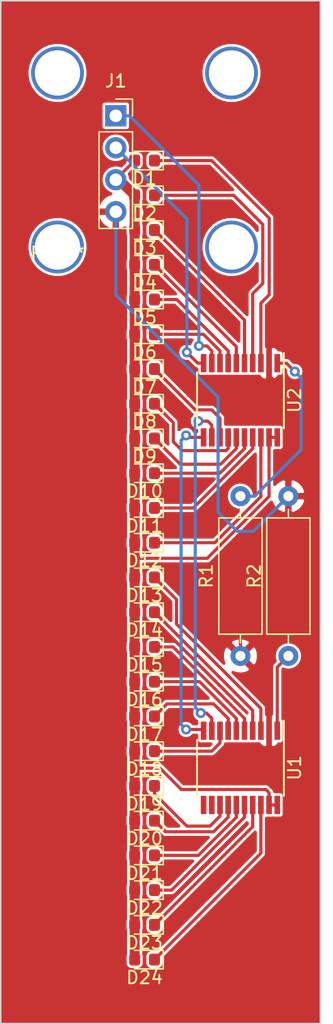
<source format=kicad_pcb>
(kicad_pcb (version 20171130) (host pcbnew "(5.1.4)-1")

  (general
    (thickness 1.6)
    (drawings 4)
    (tracks 187)
    (zones 0)
    (modules 30)
    (nets 33)
  )

  (page A4)
  (layers
    (0 F.Cu signal)
    (31 B.Cu signal)
    (32 B.Adhes user)
    (33 F.Adhes user)
    (34 B.Paste user)
    (35 F.Paste user)
    (36 B.SilkS user)
    (37 F.SilkS user)
    (38 B.Mask user)
    (39 F.Mask user)
    (40 Dwgs.User user)
    (41 Cmts.User user)
    (42 Eco1.User user)
    (43 Eco2.User user)
    (44 Edge.Cuts user)
    (45 Margin user)
    (46 B.CrtYd user)
    (47 F.CrtYd user)
    (48 B.Fab user)
    (49 F.Fab user)
  )

  (setup
    (last_trace_width 0.25)
    (user_trace_width 0.8)
    (trace_clearance 0.2)
    (zone_clearance 0.05)
    (zone_45_only no)
    (trace_min 0.2)
    (via_size 0.8)
    (via_drill 0.4)
    (via_min_size 0.4)
    (via_min_drill 0.3)
    (uvia_size 0.3)
    (uvia_drill 0.1)
    (uvias_allowed no)
    (uvia_min_size 0.2)
    (uvia_min_drill 0.1)
    (edge_width 0.05)
    (segment_width 0.2)
    (pcb_text_width 0.3)
    (pcb_text_size 1.5 1.5)
    (mod_edge_width 0.12)
    (mod_text_size 1 1)
    (mod_text_width 0.15)
    (pad_size 1.524 1.524)
    (pad_drill 0.762)
    (pad_to_mask_clearance 0.051)
    (solder_mask_min_width 0.25)
    (aux_axis_origin 0 0)
    (visible_elements FFFFFF7F)
    (pcbplotparams
      (layerselection 0x310c0_ffffffff)
      (usegerberextensions false)
      (usegerberattributes false)
      (usegerberadvancedattributes false)
      (creategerberjobfile false)
      (excludeedgelayer false)
      (linewidth 0.100000)
      (plotframeref false)
      (viasonmask false)
      (mode 1)
      (useauxorigin false)
      (hpglpennumber 1)
      (hpglpenspeed 20)
      (hpglpendiameter 15.000000)
      (psnegative false)
      (psa4output false)
      (plotreference false)
      (plotvalue false)
      (plotinvisibletext false)
      (padsonsilk true)
      (subtractmaskfromsilk false)
      (outputformat 1)
      (mirror false)
      (drillshape 0)
      (scaleselection 1)
      (outputdirectory "gerber/"))
  )

  (net 0 "")
  (net 1 "Net-(D2-Pad1)")
  (net 2 "Net-(D3-Pad1)")
  (net 3 "Net-(D4-Pad1)")
  (net 4 "Net-(D5-Pad1)")
  (net 5 "Net-(D6-Pad1)")
  (net 6 "Net-(D7-Pad1)")
  (net 7 "Net-(D8-Pad1)")
  (net 8 "Net-(D9-Pad1)")
  (net 9 "Net-(D10-Pad1)")
  (net 10 "Net-(D11-Pad1)")
  (net 11 "Net-(D12-Pad1)")
  (net 12 "Net-(D13-Pad1)")
  (net 13 "Net-(D14-Pad1)")
  (net 14 "Net-(D15-Pad1)")
  (net 15 "Net-(D16-Pad1)")
  (net 16 "Net-(D17-Pad1)")
  (net 17 "Net-(D18-Pad1)")
  (net 18 "Net-(D19-Pad1)")
  (net 19 "Net-(D20-Pad1)")
  (net 20 "Net-(D21-Pad1)")
  (net 21 "Net-(D22-Pad1)")
  (net 22 "Net-(D23-Pad1)")
  (net 23 "Net-(D24-Pad1)")
  (net 24 "Net-(J1-Pad1)")
  (net 25 "Net-(J1-Pad2)")
  (net 26 "Net-(J1-Pad4)")
  (net 27 "Net-(R1-Pad2)")
  (net 28 "Net-(R2-Pad1)")
  (net 29 "Net-(U1-Pad10)")
  (net 30 "Net-(U1-Pad9)")
  (net 31 "Net-(D1-Pad2)")
  (net 32 "Net-(D1-Pad1)")

  (net_class Default "This is the default net class."
    (clearance 0.2)
    (trace_width 0.25)
    (via_dia 0.8)
    (via_drill 0.4)
    (uvia_dia 0.3)
    (uvia_drill 0.1)
    (add_net "Net-(D1-Pad1)")
    (add_net "Net-(D1-Pad2)")
    (add_net "Net-(D10-Pad1)")
    (add_net "Net-(D11-Pad1)")
    (add_net "Net-(D12-Pad1)")
    (add_net "Net-(D13-Pad1)")
    (add_net "Net-(D14-Pad1)")
    (add_net "Net-(D15-Pad1)")
    (add_net "Net-(D16-Pad1)")
    (add_net "Net-(D17-Pad1)")
    (add_net "Net-(D18-Pad1)")
    (add_net "Net-(D19-Pad1)")
    (add_net "Net-(D2-Pad1)")
    (add_net "Net-(D20-Pad1)")
    (add_net "Net-(D21-Pad1)")
    (add_net "Net-(D22-Pad1)")
    (add_net "Net-(D23-Pad1)")
    (add_net "Net-(D24-Pad1)")
    (add_net "Net-(D3-Pad1)")
    (add_net "Net-(D4-Pad1)")
    (add_net "Net-(D5-Pad1)")
    (add_net "Net-(D6-Pad1)")
    (add_net "Net-(D7-Pad1)")
    (add_net "Net-(D8-Pad1)")
    (add_net "Net-(D9-Pad1)")
    (add_net "Net-(J1-Pad1)")
    (add_net "Net-(J1-Pad2)")
    (add_net "Net-(J1-Pad4)")
    (add_net "Net-(R1-Pad2)")
    (add_net "Net-(R2-Pad1)")
    (add_net "Net-(U1-Pad10)")
    (add_net "Net-(U1-Pad9)")
  )

  (module hole:holes (layer F.Cu) (tedit 5D59CEFE) (tstamp 5D59E40F)
    (at 68.01 57.67)
    (fp_text reference REF** (at 0 0.5) (layer F.SilkS)
      (effects (font (size 1 1) (thickness 0.15)))
    )
    (fp_text value holes (at 0 -0.5) (layer F.Fab)
      (effects (font (size 1 1) (thickness 0.15)))
    )
    (pad 4 thru_hole circle (at 13.8303 0) (size 4.2 4.2) (drill 3.6) (layers *.Cu *.Mask))
    (pad 3 thru_hole circle (at 0 0) (size 4.2 4.2) (drill 3.6) (layers *.Cu *.Mask))
    (pad 2 thru_hole circle (at 0 -13.8303) (size 4.2 4.2) (drill 3.6) (layers *.Cu *.Mask))
    (pad 1 thru_hole circle (at 13.8303 -13.8303) (size 4.2 4.2) (drill 3.6) (layers *.Cu *.Mask))
  )

  (module Package_SO:TSSOP-20_4.4x6.5mm_P0.65mm (layer F.Cu) (tedit 5A02F25C) (tstamp 5D5950B7)
    (at 82.55 69.85 270)
    (descr "20-Lead Plastic Thin Shrink Small Outline (ST)-4.4 mm Body [TSSOP] (see Microchip Packaging Specification 00000049BS.pdf)")
    (tags "SSOP 0.65")
    (path /5D5D4C73)
    (attr smd)
    (fp_text reference U2 (at 0 -4.3 90) (layer F.SilkS)
      (effects (font (size 1 1) (thickness 0.15)))
    )
    (fp_text value tlc59711 (at 0 4.3 90) (layer F.Fab)
      (effects (font (size 1 1) (thickness 0.15)))
    )
    (fp_line (start -1.2 -3.25) (end 2.2 -3.25) (layer F.Fab) (width 0.15))
    (fp_line (start 2.2 -3.25) (end 2.2 3.25) (layer F.Fab) (width 0.15))
    (fp_line (start 2.2 3.25) (end -2.2 3.25) (layer F.Fab) (width 0.15))
    (fp_line (start -2.2 3.25) (end -2.2 -2.25) (layer F.Fab) (width 0.15))
    (fp_line (start -2.2 -2.25) (end -1.2 -3.25) (layer F.Fab) (width 0.15))
    (fp_line (start -3.95 -3.55) (end -3.95 3.55) (layer F.CrtYd) (width 0.05))
    (fp_line (start 3.95 -3.55) (end 3.95 3.55) (layer F.CrtYd) (width 0.05))
    (fp_line (start -3.95 -3.55) (end 3.95 -3.55) (layer F.CrtYd) (width 0.05))
    (fp_line (start -3.95 3.55) (end 3.95 3.55) (layer F.CrtYd) (width 0.05))
    (fp_line (start -2.225 3.45) (end 2.225 3.45) (layer F.SilkS) (width 0.15))
    (fp_line (start -3.75 -3.45) (end 2.225 -3.45) (layer F.SilkS) (width 0.15))
    (fp_text user %R (at 0 0 90) (layer F.Fab)
      (effects (font (size 0.8 0.8) (thickness 0.15)))
    )
    (pad 1 smd rect (at -2.95 -2.925 270) (size 1.45 0.45) (layers F.Cu F.Paste F.Mask)
      (net 27 "Net-(R1-Pad2)"))
    (pad 2 smd rect (at -2.95 -2.275 270) (size 1.45 0.45) (layers F.Cu F.Paste F.Mask)
      (net 26 "Net-(J1-Pad4)"))
    (pad 3 smd rect (at -2.95 -1.625 270) (size 1.45 0.45) (layers F.Cu F.Paste F.Mask)
      (net 32 "Net-(D1-Pad1)"))
    (pad 4 smd rect (at -2.95 -0.975 270) (size 1.45 0.45) (layers F.Cu F.Paste F.Mask)
      (net 1 "Net-(D2-Pad1)"))
    (pad 5 smd rect (at -2.95 -0.325 270) (size 1.45 0.45) (layers F.Cu F.Paste F.Mask)
      (net 2 "Net-(D3-Pad1)"))
    (pad 6 smd rect (at -2.95 0.325 270) (size 1.45 0.45) (layers F.Cu F.Paste F.Mask)
      (net 3 "Net-(D4-Pad1)"))
    (pad 7 smd rect (at -2.95 0.975 270) (size 1.45 0.45) (layers F.Cu F.Paste F.Mask)
      (net 4 "Net-(D5-Pad1)"))
    (pad 8 smd rect (at -2.95 1.625 270) (size 1.45 0.45) (layers F.Cu F.Paste F.Mask)
      (net 5 "Net-(D6-Pad1)"))
    (pad 9 smd rect (at -2.95 2.275 270) (size 1.45 0.45) (layers F.Cu F.Paste F.Mask)
      (net 24 "Net-(J1-Pad1)"))
    (pad 10 smd rect (at -2.95 2.925 270) (size 1.45 0.45) (layers F.Cu F.Paste F.Mask)
      (net 25 "Net-(J1-Pad2)"))
    (pad 11 smd rect (at 2.95 2.925 270) (size 1.45 0.45) (layers F.Cu F.Paste F.Mask)
      (net 29 "Net-(U1-Pad10)"))
    (pad 12 smd rect (at 2.95 2.275 270) (size 1.45 0.45) (layers F.Cu F.Paste F.Mask)
      (net 30 "Net-(U1-Pad9)"))
    (pad 13 smd rect (at 2.95 1.625 270) (size 1.45 0.45) (layers F.Cu F.Paste F.Mask)
      (net 6 "Net-(D7-Pad1)"))
    (pad 14 smd rect (at 2.95 0.975 270) (size 1.45 0.45) (layers F.Cu F.Paste F.Mask)
      (net 7 "Net-(D8-Pad1)"))
    (pad 15 smd rect (at 2.95 0.325 270) (size 1.45 0.45) (layers F.Cu F.Paste F.Mask)
      (net 8 "Net-(D9-Pad1)"))
    (pad 16 smd rect (at 2.95 -0.325 270) (size 1.45 0.45) (layers F.Cu F.Paste F.Mask)
      (net 9 "Net-(D10-Pad1)"))
    (pad 17 smd rect (at 2.95 -0.975 270) (size 1.45 0.45) (layers F.Cu F.Paste F.Mask)
      (net 10 "Net-(D11-Pad1)"))
    (pad 18 smd rect (at 2.95 -1.625 270) (size 1.45 0.45) (layers F.Cu F.Paste F.Mask)
      (net 11 "Net-(D12-Pad1)"))
    (pad 19 smd rect (at 2.95 -2.275 270) (size 1.45 0.45) (layers F.Cu F.Paste F.Mask)
      (net 31 "Net-(D1-Pad2)"))
    (pad 20 smd rect (at 2.95 -2.925 270) (size 1.45 0.45) (layers F.Cu F.Paste F.Mask)
      (net 31 "Net-(D1-Pad2)"))
    (model ${KISYS3DMOD}/Package_SO.3dshapes/TSSOP-20_4.4x6.5mm_P0.65mm.wrl
      (at (xyz 0 0 0))
      (scale (xyz 1 1 1))
      (rotate (xyz 0 0 0))
    )
  )

  (module LED_SMD:LED_0603_1608Metric (layer F.Cu) (tedit 5B301BBE) (tstamp 5D594EE6)
    (at 74.93 67.365214 180)
    (descr "LED SMD 0603 (1608 Metric), square (rectangular) end terminal, IPC_7351 nominal, (Body size source: http://www.tortai-tech.com/upload/download/2011102023233369053.pdf), generated with kicad-footprint-generator")
    (tags diode)
    (path /5D5D4CBB)
    (attr smd)
    (fp_text reference D7 (at 0 -1.43) (layer F.SilkS)
      (effects (font (size 1 1) (thickness 0.15)))
    )
    (fp_text value LED (at 0 1.43) (layer F.Fab)
      (effects (font (size 1 1) (thickness 0.15)))
    )
    (fp_text user %R (at 0 0) (layer F.Fab)
      (effects (font (size 0.4 0.4) (thickness 0.06)))
    )
    (fp_line (start 1.48 0.73) (end -1.48 0.73) (layer F.CrtYd) (width 0.05))
    (fp_line (start 1.48 -0.73) (end 1.48 0.73) (layer F.CrtYd) (width 0.05))
    (fp_line (start -1.48 -0.73) (end 1.48 -0.73) (layer F.CrtYd) (width 0.05))
    (fp_line (start -1.48 0.73) (end -1.48 -0.73) (layer F.CrtYd) (width 0.05))
    (fp_line (start -1.485 0.735) (end 0.8 0.735) (layer F.SilkS) (width 0.12))
    (fp_line (start -1.485 -0.735) (end -1.485 0.735) (layer F.SilkS) (width 0.12))
    (fp_line (start 0.8 -0.735) (end -1.485 -0.735) (layer F.SilkS) (width 0.12))
    (fp_line (start 0.8 0.4) (end 0.8 -0.4) (layer F.Fab) (width 0.1))
    (fp_line (start -0.8 0.4) (end 0.8 0.4) (layer F.Fab) (width 0.1))
    (fp_line (start -0.8 -0.1) (end -0.8 0.4) (layer F.Fab) (width 0.1))
    (fp_line (start -0.5 -0.4) (end -0.8 -0.1) (layer F.Fab) (width 0.1))
    (fp_line (start 0.8 -0.4) (end -0.5 -0.4) (layer F.Fab) (width 0.1))
    (pad 2 smd roundrect (at 0.7875 0 180) (size 0.875 0.95) (layers F.Cu F.Paste F.Mask) (roundrect_rratio 0.25)
      (net 31 "Net-(D1-Pad2)"))
    (pad 1 smd roundrect (at -0.7875 0 180) (size 0.875 0.95) (layers F.Cu F.Paste F.Mask) (roundrect_rratio 0.25)
      (net 6 "Net-(D7-Pad1)"))
    (model ${KISYS3DMOD}/LED_SMD.3dshapes/LED_0603_1608Metric.wrl
      (at (xyz 0 0 0))
      (scale (xyz 1 1 1))
      (rotate (xyz 0 0 0))
    )
  )

  (module LED_SMD:LED_0603_1608Metric (layer F.Cu) (tedit 5B301BBE) (tstamp 5D594EF9)
    (at 74.93 70.126083 180)
    (descr "LED SMD 0603 (1608 Metric), square (rectangular) end terminal, IPC_7351 nominal, (Body size source: http://www.tortai-tech.com/upload/download/2011102023233369053.pdf), generated with kicad-footprint-generator")
    (tags diode)
    (path /5D5D4CB5)
    (attr smd)
    (fp_text reference D8 (at 0 -1.43) (layer F.SilkS)
      (effects (font (size 1 1) (thickness 0.15)))
    )
    (fp_text value LED (at 0 1.43) (layer F.Fab)
      (effects (font (size 1 1) (thickness 0.15)))
    )
    (fp_text user %R (at 0 0) (layer F.Fab)
      (effects (font (size 0.4 0.4) (thickness 0.06)))
    )
    (fp_line (start 1.48 0.73) (end -1.48 0.73) (layer F.CrtYd) (width 0.05))
    (fp_line (start 1.48 -0.73) (end 1.48 0.73) (layer F.CrtYd) (width 0.05))
    (fp_line (start -1.48 -0.73) (end 1.48 -0.73) (layer F.CrtYd) (width 0.05))
    (fp_line (start -1.48 0.73) (end -1.48 -0.73) (layer F.CrtYd) (width 0.05))
    (fp_line (start -1.485 0.735) (end 0.8 0.735) (layer F.SilkS) (width 0.12))
    (fp_line (start -1.485 -0.735) (end -1.485 0.735) (layer F.SilkS) (width 0.12))
    (fp_line (start 0.8 -0.735) (end -1.485 -0.735) (layer F.SilkS) (width 0.12))
    (fp_line (start 0.8 0.4) (end 0.8 -0.4) (layer F.Fab) (width 0.1))
    (fp_line (start -0.8 0.4) (end 0.8 0.4) (layer F.Fab) (width 0.1))
    (fp_line (start -0.8 -0.1) (end -0.8 0.4) (layer F.Fab) (width 0.1))
    (fp_line (start -0.5 -0.4) (end -0.8 -0.1) (layer F.Fab) (width 0.1))
    (fp_line (start 0.8 -0.4) (end -0.5 -0.4) (layer F.Fab) (width 0.1))
    (pad 2 smd roundrect (at 0.7875 0 180) (size 0.875 0.95) (layers F.Cu F.Paste F.Mask) (roundrect_rratio 0.25)
      (net 31 "Net-(D1-Pad2)"))
    (pad 1 smd roundrect (at -0.7875 0 180) (size 0.875 0.95) (layers F.Cu F.Paste F.Mask) (roundrect_rratio 0.25)
      (net 7 "Net-(D8-Pad1)"))
    (model ${KISYS3DMOD}/LED_SMD.3dshapes/LED_0603_1608Metric.wrl
      (at (xyz 0 0 0))
      (scale (xyz 1 1 1))
      (rotate (xyz 0 0 0))
    )
  )

  (module LED_SMD:LED_0603_1608Metric (layer F.Cu) (tedit 5B301BBE) (tstamp 5D594F0C)
    (at 74.93 72.886952 180)
    (descr "LED SMD 0603 (1608 Metric), square (rectangular) end terminal, IPC_7351 nominal, (Body size source: http://www.tortai-tech.com/upload/download/2011102023233369053.pdf), generated with kicad-footprint-generator")
    (tags diode)
    (path /5D5D4CAF)
    (attr smd)
    (fp_text reference D9 (at 0 -1.43) (layer F.SilkS)
      (effects (font (size 1 1) (thickness 0.15)))
    )
    (fp_text value LED (at 0 1.43) (layer F.Fab)
      (effects (font (size 1 1) (thickness 0.15)))
    )
    (fp_line (start 0.8 -0.4) (end -0.5 -0.4) (layer F.Fab) (width 0.1))
    (fp_line (start -0.5 -0.4) (end -0.8 -0.1) (layer F.Fab) (width 0.1))
    (fp_line (start -0.8 -0.1) (end -0.8 0.4) (layer F.Fab) (width 0.1))
    (fp_line (start -0.8 0.4) (end 0.8 0.4) (layer F.Fab) (width 0.1))
    (fp_line (start 0.8 0.4) (end 0.8 -0.4) (layer F.Fab) (width 0.1))
    (fp_line (start 0.8 -0.735) (end -1.485 -0.735) (layer F.SilkS) (width 0.12))
    (fp_line (start -1.485 -0.735) (end -1.485 0.735) (layer F.SilkS) (width 0.12))
    (fp_line (start -1.485 0.735) (end 0.8 0.735) (layer F.SilkS) (width 0.12))
    (fp_line (start -1.48 0.73) (end -1.48 -0.73) (layer F.CrtYd) (width 0.05))
    (fp_line (start -1.48 -0.73) (end 1.48 -0.73) (layer F.CrtYd) (width 0.05))
    (fp_line (start 1.48 -0.73) (end 1.48 0.73) (layer F.CrtYd) (width 0.05))
    (fp_line (start 1.48 0.73) (end -1.48 0.73) (layer F.CrtYd) (width 0.05))
    (fp_text user %R (at 0 0) (layer F.Fab)
      (effects (font (size 0.4 0.4) (thickness 0.06)))
    )
    (pad 1 smd roundrect (at -0.7875 0 180) (size 0.875 0.95) (layers F.Cu F.Paste F.Mask) (roundrect_rratio 0.25)
      (net 8 "Net-(D9-Pad1)"))
    (pad 2 smd roundrect (at 0.7875 0 180) (size 0.875 0.95) (layers F.Cu F.Paste F.Mask) (roundrect_rratio 0.25)
      (net 31 "Net-(D1-Pad2)"))
    (model ${KISYS3DMOD}/LED_SMD.3dshapes/LED_0603_1608Metric.wrl
      (at (xyz 0 0 0))
      (scale (xyz 1 1 1))
      (rotate (xyz 0 0 0))
    )
  )

  (module LED_SMD:LED_0603_1608Metric (layer F.Cu) (tedit 5B301BBE) (tstamp 5D594F1F)
    (at 74.93 75.647821 180)
    (descr "LED SMD 0603 (1608 Metric), square (rectangular) end terminal, IPC_7351 nominal, (Body size source: http://www.tortai-tech.com/upload/download/2011102023233369053.pdf), generated with kicad-footprint-generator")
    (tags diode)
    (path /5D5D4CA9)
    (attr smd)
    (fp_text reference D10 (at 0 -1.43) (layer F.SilkS)
      (effects (font (size 1 1) (thickness 0.15)))
    )
    (fp_text value LED (at 0 1.43) (layer F.Fab)
      (effects (font (size 1 1) (thickness 0.15)))
    )
    (fp_text user %R (at 0 0) (layer F.Fab)
      (effects (font (size 0.4 0.4) (thickness 0.06)))
    )
    (fp_line (start 1.48 0.73) (end -1.48 0.73) (layer F.CrtYd) (width 0.05))
    (fp_line (start 1.48 -0.73) (end 1.48 0.73) (layer F.CrtYd) (width 0.05))
    (fp_line (start -1.48 -0.73) (end 1.48 -0.73) (layer F.CrtYd) (width 0.05))
    (fp_line (start -1.48 0.73) (end -1.48 -0.73) (layer F.CrtYd) (width 0.05))
    (fp_line (start -1.485 0.735) (end 0.8 0.735) (layer F.SilkS) (width 0.12))
    (fp_line (start -1.485 -0.735) (end -1.485 0.735) (layer F.SilkS) (width 0.12))
    (fp_line (start 0.8 -0.735) (end -1.485 -0.735) (layer F.SilkS) (width 0.12))
    (fp_line (start 0.8 0.4) (end 0.8 -0.4) (layer F.Fab) (width 0.1))
    (fp_line (start -0.8 0.4) (end 0.8 0.4) (layer F.Fab) (width 0.1))
    (fp_line (start -0.8 -0.1) (end -0.8 0.4) (layer F.Fab) (width 0.1))
    (fp_line (start -0.5 -0.4) (end -0.8 -0.1) (layer F.Fab) (width 0.1))
    (fp_line (start 0.8 -0.4) (end -0.5 -0.4) (layer F.Fab) (width 0.1))
    (pad 2 smd roundrect (at 0.7875 0 180) (size 0.875 0.95) (layers F.Cu F.Paste F.Mask) (roundrect_rratio 0.25)
      (net 31 "Net-(D1-Pad2)"))
    (pad 1 smd roundrect (at -0.7875 0 180) (size 0.875 0.95) (layers F.Cu F.Paste F.Mask) (roundrect_rratio 0.25)
      (net 9 "Net-(D10-Pad1)"))
    (model ${KISYS3DMOD}/LED_SMD.3dshapes/LED_0603_1608Metric.wrl
      (at (xyz 0 0 0))
      (scale (xyz 1 1 1))
      (rotate (xyz 0 0 0))
    )
  )

  (module LED_SMD:LED_0603_1608Metric (layer F.Cu) (tedit 5B301BBE) (tstamp 5D594F32)
    (at 74.93 78.40869 180)
    (descr "LED SMD 0603 (1608 Metric), square (rectangular) end terminal, IPC_7351 nominal, (Body size source: http://www.tortai-tech.com/upload/download/2011102023233369053.pdf), generated with kicad-footprint-generator")
    (tags diode)
    (path /5D5D4CA3)
    (attr smd)
    (fp_text reference D11 (at 0 -1.43) (layer F.SilkS)
      (effects (font (size 1 1) (thickness 0.15)))
    )
    (fp_text value LED (at 0 1.43) (layer F.Fab)
      (effects (font (size 1 1) (thickness 0.15)))
    )
    (fp_line (start 0.8 -0.4) (end -0.5 -0.4) (layer F.Fab) (width 0.1))
    (fp_line (start -0.5 -0.4) (end -0.8 -0.1) (layer F.Fab) (width 0.1))
    (fp_line (start -0.8 -0.1) (end -0.8 0.4) (layer F.Fab) (width 0.1))
    (fp_line (start -0.8 0.4) (end 0.8 0.4) (layer F.Fab) (width 0.1))
    (fp_line (start 0.8 0.4) (end 0.8 -0.4) (layer F.Fab) (width 0.1))
    (fp_line (start 0.8 -0.735) (end -1.485 -0.735) (layer F.SilkS) (width 0.12))
    (fp_line (start -1.485 -0.735) (end -1.485 0.735) (layer F.SilkS) (width 0.12))
    (fp_line (start -1.485 0.735) (end 0.8 0.735) (layer F.SilkS) (width 0.12))
    (fp_line (start -1.48 0.73) (end -1.48 -0.73) (layer F.CrtYd) (width 0.05))
    (fp_line (start -1.48 -0.73) (end 1.48 -0.73) (layer F.CrtYd) (width 0.05))
    (fp_line (start 1.48 -0.73) (end 1.48 0.73) (layer F.CrtYd) (width 0.05))
    (fp_line (start 1.48 0.73) (end -1.48 0.73) (layer F.CrtYd) (width 0.05))
    (fp_text user %R (at 0 0) (layer F.Fab)
      (effects (font (size 0.4 0.4) (thickness 0.06)))
    )
    (pad 1 smd roundrect (at -0.7875 0 180) (size 0.875 0.95) (layers F.Cu F.Paste F.Mask) (roundrect_rratio 0.25)
      (net 10 "Net-(D11-Pad1)"))
    (pad 2 smd roundrect (at 0.7875 0 180) (size 0.875 0.95) (layers F.Cu F.Paste F.Mask) (roundrect_rratio 0.25)
      (net 31 "Net-(D1-Pad2)"))
    (model ${KISYS3DMOD}/LED_SMD.3dshapes/LED_0603_1608Metric.wrl
      (at (xyz 0 0 0))
      (scale (xyz 1 1 1))
      (rotate (xyz 0 0 0))
    )
  )

  (module LED_SMD:LED_0603_1608Metric (layer F.Cu) (tedit 5B301BBE) (tstamp 5D594F45)
    (at 74.93 81.169559 180)
    (descr "LED SMD 0603 (1608 Metric), square (rectangular) end terminal, IPC_7351 nominal, (Body size source: http://www.tortai-tech.com/upload/download/2011102023233369053.pdf), generated with kicad-footprint-generator")
    (tags diode)
    (path /5D5D4C9D)
    (attr smd)
    (fp_text reference D12 (at 0 -1.43) (layer F.SilkS)
      (effects (font (size 1 1) (thickness 0.15)))
    )
    (fp_text value LED (at 0 1.43) (layer F.Fab)
      (effects (font (size 1 1) (thickness 0.15)))
    )
    (fp_text user %R (at 0 0) (layer F.Fab)
      (effects (font (size 0.4 0.4) (thickness 0.06)))
    )
    (fp_line (start 1.48 0.73) (end -1.48 0.73) (layer F.CrtYd) (width 0.05))
    (fp_line (start 1.48 -0.73) (end 1.48 0.73) (layer F.CrtYd) (width 0.05))
    (fp_line (start -1.48 -0.73) (end 1.48 -0.73) (layer F.CrtYd) (width 0.05))
    (fp_line (start -1.48 0.73) (end -1.48 -0.73) (layer F.CrtYd) (width 0.05))
    (fp_line (start -1.485 0.735) (end 0.8 0.735) (layer F.SilkS) (width 0.12))
    (fp_line (start -1.485 -0.735) (end -1.485 0.735) (layer F.SilkS) (width 0.12))
    (fp_line (start 0.8 -0.735) (end -1.485 -0.735) (layer F.SilkS) (width 0.12))
    (fp_line (start 0.8 0.4) (end 0.8 -0.4) (layer F.Fab) (width 0.1))
    (fp_line (start -0.8 0.4) (end 0.8 0.4) (layer F.Fab) (width 0.1))
    (fp_line (start -0.8 -0.1) (end -0.8 0.4) (layer F.Fab) (width 0.1))
    (fp_line (start -0.5 -0.4) (end -0.8 -0.1) (layer F.Fab) (width 0.1))
    (fp_line (start 0.8 -0.4) (end -0.5 -0.4) (layer F.Fab) (width 0.1))
    (pad 2 smd roundrect (at 0.7875 0 180) (size 0.875 0.95) (layers F.Cu F.Paste F.Mask) (roundrect_rratio 0.25)
      (net 31 "Net-(D1-Pad2)"))
    (pad 1 smd roundrect (at -0.7875 0 180) (size 0.875 0.95) (layers F.Cu F.Paste F.Mask) (roundrect_rratio 0.25)
      (net 11 "Net-(D12-Pad1)"))
    (model ${KISYS3DMOD}/LED_SMD.3dshapes/LED_0603_1608Metric.wrl
      (at (xyz 0 0 0))
      (scale (xyz 1 1 1))
      (rotate (xyz 0 0 0))
    )
  )

  (module LED_SMD:LED_0603_1608Metric (layer F.Cu) (tedit 5B301BBE) (tstamp 5D594FA4)
    (at 74.93 94.973904 180)
    (descr "LED SMD 0603 (1608 Metric), square (rectangular) end terminal, IPC_7351 nominal, (Body size source: http://www.tortai-tech.com/upload/download/2011102023233369053.pdf), generated with kicad-footprint-generator")
    (tags diode)
    (path /5D5DE18E)
    (attr smd)
    (fp_text reference D17 (at 0 -1.43) (layer F.SilkS)
      (effects (font (size 1 1) (thickness 0.15)))
    )
    (fp_text value LED (at 0 1.43) (layer F.Fab)
      (effects (font (size 1 1) (thickness 0.15)))
    )
    (fp_line (start 0.8 -0.4) (end -0.5 -0.4) (layer F.Fab) (width 0.1))
    (fp_line (start -0.5 -0.4) (end -0.8 -0.1) (layer F.Fab) (width 0.1))
    (fp_line (start -0.8 -0.1) (end -0.8 0.4) (layer F.Fab) (width 0.1))
    (fp_line (start -0.8 0.4) (end 0.8 0.4) (layer F.Fab) (width 0.1))
    (fp_line (start 0.8 0.4) (end 0.8 -0.4) (layer F.Fab) (width 0.1))
    (fp_line (start 0.8 -0.735) (end -1.485 -0.735) (layer F.SilkS) (width 0.12))
    (fp_line (start -1.485 -0.735) (end -1.485 0.735) (layer F.SilkS) (width 0.12))
    (fp_line (start -1.485 0.735) (end 0.8 0.735) (layer F.SilkS) (width 0.12))
    (fp_line (start -1.48 0.73) (end -1.48 -0.73) (layer F.CrtYd) (width 0.05))
    (fp_line (start -1.48 -0.73) (end 1.48 -0.73) (layer F.CrtYd) (width 0.05))
    (fp_line (start 1.48 -0.73) (end 1.48 0.73) (layer F.CrtYd) (width 0.05))
    (fp_line (start 1.48 0.73) (end -1.48 0.73) (layer F.CrtYd) (width 0.05))
    (fp_text user %R (at 0 0) (layer F.Fab)
      (effects (font (size 0.4 0.4) (thickness 0.06)))
    )
    (pad 1 smd roundrect (at -0.7875 0 180) (size 0.875 0.95) (layers F.Cu F.Paste F.Mask) (roundrect_rratio 0.25)
      (net 16 "Net-(D17-Pad1)"))
    (pad 2 smd roundrect (at 0.7875 0 180) (size 0.875 0.95) (layers F.Cu F.Paste F.Mask) (roundrect_rratio 0.25)
      (net 31 "Net-(D1-Pad2)"))
    (model ${KISYS3DMOD}/LED_SMD.3dshapes/LED_0603_1608Metric.wrl
      (at (xyz 0 0 0))
      (scale (xyz 1 1 1))
      (rotate (xyz 0 0 0))
    )
  )

  (module LED_SMD:LED_0603_1608Metric (layer F.Cu) (tedit 5B301BBE) (tstamp 5D594FB7)
    (at 74.93 97.734773 180)
    (descr "LED SMD 0603 (1608 Metric), square (rectangular) end terminal, IPC_7351 nominal, (Body size source: http://www.tortai-tech.com/upload/download/2011102023233369053.pdf), generated with kicad-footprint-generator")
    (tags diode)
    (path /5D5DE194)
    (attr smd)
    (fp_text reference D18 (at 0 -1.43) (layer F.SilkS)
      (effects (font (size 1 1) (thickness 0.15)))
    )
    (fp_text value LED (at 0 1.43) (layer F.Fab)
      (effects (font (size 1 1) (thickness 0.15)))
    )
    (fp_text user %R (at 0 0) (layer F.Fab)
      (effects (font (size 0.4 0.4) (thickness 0.06)))
    )
    (fp_line (start 1.48 0.73) (end -1.48 0.73) (layer F.CrtYd) (width 0.05))
    (fp_line (start 1.48 -0.73) (end 1.48 0.73) (layer F.CrtYd) (width 0.05))
    (fp_line (start -1.48 -0.73) (end 1.48 -0.73) (layer F.CrtYd) (width 0.05))
    (fp_line (start -1.48 0.73) (end -1.48 -0.73) (layer F.CrtYd) (width 0.05))
    (fp_line (start -1.485 0.735) (end 0.8 0.735) (layer F.SilkS) (width 0.12))
    (fp_line (start -1.485 -0.735) (end -1.485 0.735) (layer F.SilkS) (width 0.12))
    (fp_line (start 0.8 -0.735) (end -1.485 -0.735) (layer F.SilkS) (width 0.12))
    (fp_line (start 0.8 0.4) (end 0.8 -0.4) (layer F.Fab) (width 0.1))
    (fp_line (start -0.8 0.4) (end 0.8 0.4) (layer F.Fab) (width 0.1))
    (fp_line (start -0.8 -0.1) (end -0.8 0.4) (layer F.Fab) (width 0.1))
    (fp_line (start -0.5 -0.4) (end -0.8 -0.1) (layer F.Fab) (width 0.1))
    (fp_line (start 0.8 -0.4) (end -0.5 -0.4) (layer F.Fab) (width 0.1))
    (pad 2 smd roundrect (at 0.7875 0 180) (size 0.875 0.95) (layers F.Cu F.Paste F.Mask) (roundrect_rratio 0.25)
      (net 31 "Net-(D1-Pad2)"))
    (pad 1 smd roundrect (at -0.7875 0 180) (size 0.875 0.95) (layers F.Cu F.Paste F.Mask) (roundrect_rratio 0.25)
      (net 17 "Net-(D18-Pad1)"))
    (model ${KISYS3DMOD}/LED_SMD.3dshapes/LED_0603_1608Metric.wrl
      (at (xyz 0 0 0))
      (scale (xyz 1 1 1))
      (rotate (xyz 0 0 0))
    )
  )

  (module LED_SMD:LED_0603_1608Metric (layer F.Cu) (tedit 5B301BBE) (tstamp 5D594FCA)
    (at 74.93 100.495642 180)
    (descr "LED SMD 0603 (1608 Metric), square (rectangular) end terminal, IPC_7351 nominal, (Body size source: http://www.tortai-tech.com/upload/download/2011102023233369053.pdf), generated with kicad-footprint-generator")
    (tags diode)
    (path /5D5DE1B8)
    (attr smd)
    (fp_text reference D19 (at 0 -1.43) (layer F.SilkS)
      (effects (font (size 1 1) (thickness 0.15)))
    )
    (fp_text value LED (at 0 1.43) (layer F.Fab)
      (effects (font (size 1 1) (thickness 0.15)))
    )
    (fp_text user %R (at 0 0) (layer F.Fab)
      (effects (font (size 0.4 0.4) (thickness 0.06)))
    )
    (fp_line (start 1.48 0.73) (end -1.48 0.73) (layer F.CrtYd) (width 0.05))
    (fp_line (start 1.48 -0.73) (end 1.48 0.73) (layer F.CrtYd) (width 0.05))
    (fp_line (start -1.48 -0.73) (end 1.48 -0.73) (layer F.CrtYd) (width 0.05))
    (fp_line (start -1.48 0.73) (end -1.48 -0.73) (layer F.CrtYd) (width 0.05))
    (fp_line (start -1.485 0.735) (end 0.8 0.735) (layer F.SilkS) (width 0.12))
    (fp_line (start -1.485 -0.735) (end -1.485 0.735) (layer F.SilkS) (width 0.12))
    (fp_line (start 0.8 -0.735) (end -1.485 -0.735) (layer F.SilkS) (width 0.12))
    (fp_line (start 0.8 0.4) (end 0.8 -0.4) (layer F.Fab) (width 0.1))
    (fp_line (start -0.8 0.4) (end 0.8 0.4) (layer F.Fab) (width 0.1))
    (fp_line (start -0.8 -0.1) (end -0.8 0.4) (layer F.Fab) (width 0.1))
    (fp_line (start -0.5 -0.4) (end -0.8 -0.1) (layer F.Fab) (width 0.1))
    (fp_line (start 0.8 -0.4) (end -0.5 -0.4) (layer F.Fab) (width 0.1))
    (pad 2 smd roundrect (at 0.7875 0 180) (size 0.875 0.95) (layers F.Cu F.Paste F.Mask) (roundrect_rratio 0.25)
      (net 31 "Net-(D1-Pad2)"))
    (pad 1 smd roundrect (at -0.7875 0 180) (size 0.875 0.95) (layers F.Cu F.Paste F.Mask) (roundrect_rratio 0.25)
      (net 18 "Net-(D19-Pad1)"))
    (model ${KISYS3DMOD}/LED_SMD.3dshapes/LED_0603_1608Metric.wrl
      (at (xyz 0 0 0))
      (scale (xyz 1 1 1))
      (rotate (xyz 0 0 0))
    )
  )

  (module LED_SMD:LED_0603_1608Metric (layer F.Cu) (tedit 5B301BBE) (tstamp 5D594FDD)
    (at 74.93 103.256511 180)
    (descr "LED SMD 0603 (1608 Metric), square (rectangular) end terminal, IPC_7351 nominal, (Body size source: http://www.tortai-tech.com/upload/download/2011102023233369053.pdf), generated with kicad-footprint-generator")
    (tags diode)
    (path /5D5DE1B2)
    (attr smd)
    (fp_text reference D20 (at 0 -1.43) (layer F.SilkS)
      (effects (font (size 1 1) (thickness 0.15)))
    )
    (fp_text value LED (at 0 1.43) (layer F.Fab)
      (effects (font (size 1 1) (thickness 0.15)))
    )
    (fp_line (start 0.8 -0.4) (end -0.5 -0.4) (layer F.Fab) (width 0.1))
    (fp_line (start -0.5 -0.4) (end -0.8 -0.1) (layer F.Fab) (width 0.1))
    (fp_line (start -0.8 -0.1) (end -0.8 0.4) (layer F.Fab) (width 0.1))
    (fp_line (start -0.8 0.4) (end 0.8 0.4) (layer F.Fab) (width 0.1))
    (fp_line (start 0.8 0.4) (end 0.8 -0.4) (layer F.Fab) (width 0.1))
    (fp_line (start 0.8 -0.735) (end -1.485 -0.735) (layer F.SilkS) (width 0.12))
    (fp_line (start -1.485 -0.735) (end -1.485 0.735) (layer F.SilkS) (width 0.12))
    (fp_line (start -1.485 0.735) (end 0.8 0.735) (layer F.SilkS) (width 0.12))
    (fp_line (start -1.48 0.73) (end -1.48 -0.73) (layer F.CrtYd) (width 0.05))
    (fp_line (start -1.48 -0.73) (end 1.48 -0.73) (layer F.CrtYd) (width 0.05))
    (fp_line (start 1.48 -0.73) (end 1.48 0.73) (layer F.CrtYd) (width 0.05))
    (fp_line (start 1.48 0.73) (end -1.48 0.73) (layer F.CrtYd) (width 0.05))
    (fp_text user %R (at 0 0) (layer F.Fab)
      (effects (font (size 0.4 0.4) (thickness 0.06)))
    )
    (pad 1 smd roundrect (at -0.7875 0 180) (size 0.875 0.95) (layers F.Cu F.Paste F.Mask) (roundrect_rratio 0.25)
      (net 19 "Net-(D20-Pad1)"))
    (pad 2 smd roundrect (at 0.7875 0 180) (size 0.875 0.95) (layers F.Cu F.Paste F.Mask) (roundrect_rratio 0.25)
      (net 31 "Net-(D1-Pad2)"))
    (model ${KISYS3DMOD}/LED_SMD.3dshapes/LED_0603_1608Metric.wrl
      (at (xyz 0 0 0))
      (scale (xyz 1 1 1))
      (rotate (xyz 0 0 0))
    )
  )

  (module LED_SMD:LED_0603_1608Metric (layer F.Cu) (tedit 5B301BBE) (tstamp 5D594FF0)
    (at 74.93 106.01738 180)
    (descr "LED SMD 0603 (1608 Metric), square (rectangular) end terminal, IPC_7351 nominal, (Body size source: http://www.tortai-tech.com/upload/download/2011102023233369053.pdf), generated with kicad-footprint-generator")
    (tags diode)
    (path /5D5DE1AC)
    (attr smd)
    (fp_text reference D21 (at 0 -1.43) (layer F.SilkS)
      (effects (font (size 1 1) (thickness 0.15)))
    )
    (fp_text value LED (at 0 1.43) (layer F.Fab)
      (effects (font (size 1 1) (thickness 0.15)))
    )
    (fp_line (start 0.8 -0.4) (end -0.5 -0.4) (layer F.Fab) (width 0.1))
    (fp_line (start -0.5 -0.4) (end -0.8 -0.1) (layer F.Fab) (width 0.1))
    (fp_line (start -0.8 -0.1) (end -0.8 0.4) (layer F.Fab) (width 0.1))
    (fp_line (start -0.8 0.4) (end 0.8 0.4) (layer F.Fab) (width 0.1))
    (fp_line (start 0.8 0.4) (end 0.8 -0.4) (layer F.Fab) (width 0.1))
    (fp_line (start 0.8 -0.735) (end -1.485 -0.735) (layer F.SilkS) (width 0.12))
    (fp_line (start -1.485 -0.735) (end -1.485 0.735) (layer F.SilkS) (width 0.12))
    (fp_line (start -1.485 0.735) (end 0.8 0.735) (layer F.SilkS) (width 0.12))
    (fp_line (start -1.48 0.73) (end -1.48 -0.73) (layer F.CrtYd) (width 0.05))
    (fp_line (start -1.48 -0.73) (end 1.48 -0.73) (layer F.CrtYd) (width 0.05))
    (fp_line (start 1.48 -0.73) (end 1.48 0.73) (layer F.CrtYd) (width 0.05))
    (fp_line (start 1.48 0.73) (end -1.48 0.73) (layer F.CrtYd) (width 0.05))
    (fp_text user %R (at 0 0) (layer F.Fab)
      (effects (font (size 0.4 0.4) (thickness 0.06)))
    )
    (pad 1 smd roundrect (at -0.7875 0 180) (size 0.875 0.95) (layers F.Cu F.Paste F.Mask) (roundrect_rratio 0.25)
      (net 20 "Net-(D21-Pad1)"))
    (pad 2 smd roundrect (at 0.7875 0 180) (size 0.875 0.95) (layers F.Cu F.Paste F.Mask) (roundrect_rratio 0.25)
      (net 31 "Net-(D1-Pad2)"))
    (model ${KISYS3DMOD}/LED_SMD.3dshapes/LED_0603_1608Metric.wrl
      (at (xyz 0 0 0))
      (scale (xyz 1 1 1))
      (rotate (xyz 0 0 0))
    )
  )

  (module LED_SMD:LED_0603_1608Metric (layer F.Cu) (tedit 5B301BBE) (tstamp 5D595003)
    (at 74.93 108.778249 180)
    (descr "LED SMD 0603 (1608 Metric), square (rectangular) end terminal, IPC_7351 nominal, (Body size source: http://www.tortai-tech.com/upload/download/2011102023233369053.pdf), generated with kicad-footprint-generator")
    (tags diode)
    (path /5D5DE1A6)
    (attr smd)
    (fp_text reference D22 (at 0 -1.43) (layer F.SilkS)
      (effects (font (size 1 1) (thickness 0.15)))
    )
    (fp_text value LED (at 0 1.43) (layer F.Fab)
      (effects (font (size 1 1) (thickness 0.15)))
    )
    (fp_line (start 0.8 -0.4) (end -0.5 -0.4) (layer F.Fab) (width 0.1))
    (fp_line (start -0.5 -0.4) (end -0.8 -0.1) (layer F.Fab) (width 0.1))
    (fp_line (start -0.8 -0.1) (end -0.8 0.4) (layer F.Fab) (width 0.1))
    (fp_line (start -0.8 0.4) (end 0.8 0.4) (layer F.Fab) (width 0.1))
    (fp_line (start 0.8 0.4) (end 0.8 -0.4) (layer F.Fab) (width 0.1))
    (fp_line (start 0.8 -0.735) (end -1.485 -0.735) (layer F.SilkS) (width 0.12))
    (fp_line (start -1.485 -0.735) (end -1.485 0.735) (layer F.SilkS) (width 0.12))
    (fp_line (start -1.485 0.735) (end 0.8 0.735) (layer F.SilkS) (width 0.12))
    (fp_line (start -1.48 0.73) (end -1.48 -0.73) (layer F.CrtYd) (width 0.05))
    (fp_line (start -1.48 -0.73) (end 1.48 -0.73) (layer F.CrtYd) (width 0.05))
    (fp_line (start 1.48 -0.73) (end 1.48 0.73) (layer F.CrtYd) (width 0.05))
    (fp_line (start 1.48 0.73) (end -1.48 0.73) (layer F.CrtYd) (width 0.05))
    (fp_text user %R (at 0 0) (layer F.Fab)
      (effects (font (size 0.4 0.4) (thickness 0.06)))
    )
    (pad 1 smd roundrect (at -0.7875 0 180) (size 0.875 0.95) (layers F.Cu F.Paste F.Mask) (roundrect_rratio 0.25)
      (net 21 "Net-(D22-Pad1)"))
    (pad 2 smd roundrect (at 0.7875 0 180) (size 0.875 0.95) (layers F.Cu F.Paste F.Mask) (roundrect_rratio 0.25)
      (net 31 "Net-(D1-Pad2)"))
    (model ${KISYS3DMOD}/LED_SMD.3dshapes/LED_0603_1608Metric.wrl
      (at (xyz 0 0 0))
      (scale (xyz 1 1 1))
      (rotate (xyz 0 0 0))
    )
  )

  (module LED_SMD:LED_0603_1608Metric (layer F.Cu) (tedit 5B301BBE) (tstamp 5D595016)
    (at 74.93 111.539118 180)
    (descr "LED SMD 0603 (1608 Metric), square (rectangular) end terminal, IPC_7351 nominal, (Body size source: http://www.tortai-tech.com/upload/download/2011102023233369053.pdf), generated with kicad-footprint-generator")
    (tags diode)
    (path /5D5DE1A0)
    (attr smd)
    (fp_text reference D23 (at 0 -1.43) (layer F.SilkS)
      (effects (font (size 1 1) (thickness 0.15)))
    )
    (fp_text value LED (at 0 1.43) (layer F.Fab)
      (effects (font (size 1 1) (thickness 0.15)))
    )
    (fp_text user %R (at 0 -0.175001) (layer F.Fab)
      (effects (font (size 0.4 0.4) (thickness 0.06)))
    )
    (fp_line (start 1.48 0.73) (end -1.48 0.73) (layer F.CrtYd) (width 0.05))
    (fp_line (start 1.48 -0.73) (end 1.48 0.73) (layer F.CrtYd) (width 0.05))
    (fp_line (start -1.48 -0.73) (end 1.48 -0.73) (layer F.CrtYd) (width 0.05))
    (fp_line (start -1.48 0.73) (end -1.48 -0.73) (layer F.CrtYd) (width 0.05))
    (fp_line (start -1.485 0.735) (end 0.8 0.735) (layer F.SilkS) (width 0.12))
    (fp_line (start -1.485 -0.735) (end -1.485 0.735) (layer F.SilkS) (width 0.12))
    (fp_line (start 0.8 -0.735) (end -1.485 -0.735) (layer F.SilkS) (width 0.12))
    (fp_line (start 0.8 0.4) (end 0.8 -0.4) (layer F.Fab) (width 0.1))
    (fp_line (start -0.8 0.4) (end 0.8 0.4) (layer F.Fab) (width 0.1))
    (fp_line (start -0.8 -0.1) (end -0.8 0.4) (layer F.Fab) (width 0.1))
    (fp_line (start -0.5 -0.4) (end -0.8 -0.1) (layer F.Fab) (width 0.1))
    (fp_line (start 0.8 -0.4) (end -0.5 -0.4) (layer F.Fab) (width 0.1))
    (pad 2 smd roundrect (at 0.7875 0 180) (size 0.875 0.95) (layers F.Cu F.Paste F.Mask) (roundrect_rratio 0.25)
      (net 31 "Net-(D1-Pad2)"))
    (pad 1 smd roundrect (at -0.7875 0 180) (size 0.875 0.95) (layers F.Cu F.Paste F.Mask) (roundrect_rratio 0.25)
      (net 22 "Net-(D23-Pad1)"))
    (model ${KISYS3DMOD}/LED_SMD.3dshapes/LED_0603_1608Metric.wrl
      (at (xyz 0 0 0))
      (scale (xyz 1 1 1))
      (rotate (xyz 0 0 0))
    )
  )

  (module LED_SMD:LED_0603_1608Metric (layer F.Cu) (tedit 5B301BBE) (tstamp 5D595029)
    (at 74.93 114.3 180)
    (descr "LED SMD 0603 (1608 Metric), square (rectangular) end terminal, IPC_7351 nominal, (Body size source: http://www.tortai-tech.com/upload/download/2011102023233369053.pdf), generated with kicad-footprint-generator")
    (tags diode)
    (path /5D5DE19A)
    (attr smd)
    (fp_text reference D24 (at 0 -1.43) (layer F.SilkS)
      (effects (font (size 1 1) (thickness 0.15)))
    )
    (fp_text value LED (at 0 1.43) (layer F.Fab)
      (effects (font (size 1 1) (thickness 0.15)))
    )
    (fp_line (start 0.8 -0.4) (end -0.5 -0.4) (layer F.Fab) (width 0.1))
    (fp_line (start -0.5 -0.4) (end -0.8 -0.1) (layer F.Fab) (width 0.1))
    (fp_line (start -0.8 -0.1) (end -0.8 0.4) (layer F.Fab) (width 0.1))
    (fp_line (start -0.8 0.4) (end 0.8 0.4) (layer F.Fab) (width 0.1))
    (fp_line (start 0.8 0.4) (end 0.8 -0.4) (layer F.Fab) (width 0.1))
    (fp_line (start 0.8 -0.735) (end -1.485 -0.735) (layer F.SilkS) (width 0.12))
    (fp_line (start -1.485 -0.735) (end -1.485 0.735) (layer F.SilkS) (width 0.12))
    (fp_line (start -1.485 0.735) (end 0.8 0.735) (layer F.SilkS) (width 0.12))
    (fp_line (start -1.48 0.73) (end -1.48 -0.73) (layer F.CrtYd) (width 0.05))
    (fp_line (start -1.48 -0.73) (end 1.48 -0.73) (layer F.CrtYd) (width 0.05))
    (fp_line (start 1.48 -0.73) (end 1.48 0.73) (layer F.CrtYd) (width 0.05))
    (fp_line (start 1.48 0.73) (end -1.48 0.73) (layer F.CrtYd) (width 0.05))
    (fp_text user %R (at 0 0) (layer F.Fab)
      (effects (font (size 0.4 0.4) (thickness 0.06)))
    )
    (pad 1 smd roundrect (at -0.7875 0 180) (size 0.875 0.95) (layers F.Cu F.Paste F.Mask) (roundrect_rratio 0.25)
      (net 23 "Net-(D24-Pad1)"))
    (pad 2 smd roundrect (at 0.7875 0 180) (size 0.875 0.95) (layers F.Cu F.Paste F.Mask) (roundrect_rratio 0.25)
      (net 31 "Net-(D1-Pad2)"))
    (model ${KISYS3DMOD}/LED_SMD.3dshapes/LED_0603_1608Metric.wrl
      (at (xyz 0 0 0))
      (scale (xyz 1 1 1))
      (rotate (xyz 0 0 0))
    )
  )

  (module Connector_PinSocket_2.54mm:PinSocket_1x04_P2.54mm_Vertical (layer F.Cu) (tedit 5A19A429) (tstamp 5D595041)
    (at 72.644 47.244)
    (descr "Through hole straight socket strip, 1x04, 2.54mm pitch, single row (from Kicad 4.0.7), script generated")
    (tags "Through hole socket strip THT 1x04 2.54mm single row")
    (path /5D634792)
    (fp_text reference J1 (at 0 -2.77) (layer F.SilkS)
      (effects (font (size 1 1) (thickness 0.15)))
    )
    (fp_text value Conn_01x04_Male (at 0 10.39) (layer F.Fab)
      (effects (font (size 1 1) (thickness 0.15)))
    )
    (fp_text user %R (at 0 3.81 90) (layer F.Fab)
      (effects (font (size 1 1) (thickness 0.15)))
    )
    (fp_line (start -1.8 9.4) (end -1.8 -1.8) (layer F.CrtYd) (width 0.05))
    (fp_line (start 1.75 9.4) (end -1.8 9.4) (layer F.CrtYd) (width 0.05))
    (fp_line (start 1.75 -1.8) (end 1.75 9.4) (layer F.CrtYd) (width 0.05))
    (fp_line (start -1.8 -1.8) (end 1.75 -1.8) (layer F.CrtYd) (width 0.05))
    (fp_line (start 0 -1.33) (end 1.33 -1.33) (layer F.SilkS) (width 0.12))
    (fp_line (start 1.33 -1.33) (end 1.33 0) (layer F.SilkS) (width 0.12))
    (fp_line (start 1.33 1.27) (end 1.33 8.95) (layer F.SilkS) (width 0.12))
    (fp_line (start -1.33 8.95) (end 1.33 8.95) (layer F.SilkS) (width 0.12))
    (fp_line (start -1.33 1.27) (end -1.33 8.95) (layer F.SilkS) (width 0.12))
    (fp_line (start -1.33 1.27) (end 1.33 1.27) (layer F.SilkS) (width 0.12))
    (fp_line (start -1.27 8.89) (end -1.27 -1.27) (layer F.Fab) (width 0.1))
    (fp_line (start 1.27 8.89) (end -1.27 8.89) (layer F.Fab) (width 0.1))
    (fp_line (start 1.27 -0.635) (end 1.27 8.89) (layer F.Fab) (width 0.1))
    (fp_line (start 0.635 -1.27) (end 1.27 -0.635) (layer F.Fab) (width 0.1))
    (fp_line (start -1.27 -1.27) (end 0.635 -1.27) (layer F.Fab) (width 0.1))
    (pad 4 thru_hole oval (at 0 7.62) (size 1.7 1.7) (drill 1) (layers *.Cu *.Mask)
      (net 26 "Net-(J1-Pad4)"))
    (pad 3 thru_hole oval (at 0 5.08) (size 1.7 1.7) (drill 1) (layers *.Cu *.Mask)
      (net 31 "Net-(D1-Pad2)"))
    (pad 2 thru_hole oval (at 0 2.54) (size 1.7 1.7) (drill 1) (layers *.Cu *.Mask)
      (net 25 "Net-(J1-Pad2)"))
    (pad 1 thru_hole rect (at 0 0) (size 1.7 1.7) (drill 1) (layers *.Cu *.Mask)
      (net 24 "Net-(J1-Pad1)"))
    (model ${KISYS3DMOD}/Connector_PinSocket_2.54mm.3dshapes/PinSocket_1x04_P2.54mm_Vertical.wrl
      (at (xyz 0 0 0))
      (scale (xyz 1 1 1))
      (rotate (xyz 0 0 0))
    )
  )

  (module Resistor_THT:R_Axial_DIN0309_L9.0mm_D3.2mm_P12.70mm_Horizontal (layer F.Cu) (tedit 5AE5139B) (tstamp 5D595058)
    (at 82.55 90.17 90)
    (descr "Resistor, Axial_DIN0309 series, Axial, Horizontal, pin pitch=12.7mm, 0.5W = 1/2W, length*diameter=9*3.2mm^2, http://cdn-reichelt.de/documents/datenblatt/B400/1_4W%23YAG.pdf")
    (tags "Resistor Axial_DIN0309 series Axial Horizontal pin pitch 12.7mm 0.5W = 1/2W length 9mm diameter 3.2mm")
    (path /5D6418BF)
    (fp_text reference R1 (at 6.35 -2.72 90) (layer F.SilkS)
      (effects (font (size 1 1) (thickness 0.15)))
    )
    (fp_text value 3.3k (at 6.35 2.72 90) (layer F.Fab)
      (effects (font (size 1 1) (thickness 0.15)))
    )
    (fp_text user %R (at 6.35 0 90) (layer F.Fab)
      (effects (font (size 1 1) (thickness 0.15)))
    )
    (fp_line (start 13.75 -1.85) (end -1.05 -1.85) (layer F.CrtYd) (width 0.05))
    (fp_line (start 13.75 1.85) (end 13.75 -1.85) (layer F.CrtYd) (width 0.05))
    (fp_line (start -1.05 1.85) (end 13.75 1.85) (layer F.CrtYd) (width 0.05))
    (fp_line (start -1.05 -1.85) (end -1.05 1.85) (layer F.CrtYd) (width 0.05))
    (fp_line (start 11.66 0) (end 10.97 0) (layer F.SilkS) (width 0.12))
    (fp_line (start 1.04 0) (end 1.73 0) (layer F.SilkS) (width 0.12))
    (fp_line (start 10.97 -1.72) (end 1.73 -1.72) (layer F.SilkS) (width 0.12))
    (fp_line (start 10.97 1.72) (end 10.97 -1.72) (layer F.SilkS) (width 0.12))
    (fp_line (start 1.73 1.72) (end 10.97 1.72) (layer F.SilkS) (width 0.12))
    (fp_line (start 1.73 -1.72) (end 1.73 1.72) (layer F.SilkS) (width 0.12))
    (fp_line (start 12.7 0) (end 10.85 0) (layer F.Fab) (width 0.1))
    (fp_line (start 0 0) (end 1.85 0) (layer F.Fab) (width 0.1))
    (fp_line (start 10.85 -1.6) (end 1.85 -1.6) (layer F.Fab) (width 0.1))
    (fp_line (start 10.85 1.6) (end 10.85 -1.6) (layer F.Fab) (width 0.1))
    (fp_line (start 1.85 1.6) (end 10.85 1.6) (layer F.Fab) (width 0.1))
    (fp_line (start 1.85 -1.6) (end 1.85 1.6) (layer F.Fab) (width 0.1))
    (pad 2 thru_hole oval (at 12.7 0 90) (size 1.6 1.6) (drill 0.8) (layers *.Cu *.Mask)
      (net 27 "Net-(R1-Pad2)"))
    (pad 1 thru_hole circle (at 0 0 90) (size 1.6 1.6) (drill 0.8) (layers *.Cu *.Mask)
      (net 26 "Net-(J1-Pad4)"))
    (model ${KISYS3DMOD}/Resistor_THT.3dshapes/R_Axial_DIN0309_L9.0mm_D3.2mm_P12.70mm_Horizontal.wrl
      (at (xyz 0 0 0))
      (scale (xyz 1 1 1))
      (rotate (xyz 0 0 0))
    )
  )

  (module Resistor_THT:R_Axial_DIN0309_L9.0mm_D3.2mm_P12.70mm_Horizontal (layer F.Cu) (tedit 5AE5139B) (tstamp 5D59506F)
    (at 86.36 90.17 90)
    (descr "Resistor, Axial_DIN0309 series, Axial, Horizontal, pin pitch=12.7mm, 0.5W = 1/2W, length*diameter=9*3.2mm^2, http://cdn-reichelt.de/documents/datenblatt/B400/1_4W%23YAG.pdf")
    (tags "Resistor Axial_DIN0309 series Axial Horizontal pin pitch 12.7mm 0.5W = 1/2W length 9mm diameter 3.2mm")
    (path /5D63F6B9)
    (fp_text reference R2 (at 6.35 -2.72 90) (layer F.SilkS)
      (effects (font (size 1 1) (thickness 0.15)))
    )
    (fp_text value 3.3k (at 6.35 2.72 90) (layer F.Fab)
      (effects (font (size 1 1) (thickness 0.15)))
    )
    (fp_line (start 1.85 -1.6) (end 1.85 1.6) (layer F.Fab) (width 0.1))
    (fp_line (start 1.85 1.6) (end 10.85 1.6) (layer F.Fab) (width 0.1))
    (fp_line (start 10.85 1.6) (end 10.85 -1.6) (layer F.Fab) (width 0.1))
    (fp_line (start 10.85 -1.6) (end 1.85 -1.6) (layer F.Fab) (width 0.1))
    (fp_line (start 0 0) (end 1.85 0) (layer F.Fab) (width 0.1))
    (fp_line (start 12.7 0) (end 10.85 0) (layer F.Fab) (width 0.1))
    (fp_line (start 1.73 -1.72) (end 1.73 1.72) (layer F.SilkS) (width 0.12))
    (fp_line (start 1.73 1.72) (end 10.97 1.72) (layer F.SilkS) (width 0.12))
    (fp_line (start 10.97 1.72) (end 10.97 -1.72) (layer F.SilkS) (width 0.12))
    (fp_line (start 10.97 -1.72) (end 1.73 -1.72) (layer F.SilkS) (width 0.12))
    (fp_line (start 1.04 0) (end 1.73 0) (layer F.SilkS) (width 0.12))
    (fp_line (start 11.66 0) (end 10.97 0) (layer F.SilkS) (width 0.12))
    (fp_line (start -1.05 -1.85) (end -1.05 1.85) (layer F.CrtYd) (width 0.05))
    (fp_line (start -1.05 1.85) (end 13.75 1.85) (layer F.CrtYd) (width 0.05))
    (fp_line (start 13.75 1.85) (end 13.75 -1.85) (layer F.CrtYd) (width 0.05))
    (fp_line (start 13.75 -1.85) (end -1.05 -1.85) (layer F.CrtYd) (width 0.05))
    (fp_text user %R (at 6.35 0 90) (layer F.Fab)
      (effects (font (size 1 1) (thickness 0.15)))
    )
    (pad 1 thru_hole circle (at 0 0 90) (size 1.6 1.6) (drill 0.8) (layers *.Cu *.Mask)
      (net 28 "Net-(R2-Pad1)"))
    (pad 2 thru_hole oval (at 12.7 0 90) (size 1.6 1.6) (drill 0.8) (layers *.Cu *.Mask)
      (net 26 "Net-(J1-Pad4)"))
    (model ${KISYS3DMOD}/Resistor_THT.3dshapes/R_Axial_DIN0309_L9.0mm_D3.2mm_P12.70mm_Horizontal.wrl
      (at (xyz 0 0 0))
      (scale (xyz 1 1 1))
      (rotate (xyz 0 0 0))
    )
  )

  (module Package_SO:TSSOP-20_4.4x6.5mm_P0.65mm (layer F.Cu) (tedit 5A02F25C) (tstamp 5D595093)
    (at 82.55 99.06 270)
    (descr "20-Lead Plastic Thin Shrink Small Outline (ST)-4.4 mm Body [TSSOP] (see Microchip Packaging Specification 00000049BS.pdf)")
    (tags "SSOP 0.65")
    (path /5D5DE170)
    (attr smd)
    (fp_text reference U1 (at 0 -4.3 90) (layer F.SilkS)
      (effects (font (size 1 1) (thickness 0.15)))
    )
    (fp_text value tlc59711 (at 0 4.3 90) (layer F.Fab)
      (effects (font (size 1 1) (thickness 0.15)))
    )
    (fp_text user %R (at 0 0) (layer F.Fab)
      (effects (font (size 0.8 0.8) (thickness 0.15)))
    )
    (fp_line (start -3.75 -3.45) (end 2.225 -3.45) (layer F.SilkS) (width 0.15))
    (fp_line (start -2.225 3.45) (end 2.225 3.45) (layer F.SilkS) (width 0.15))
    (fp_line (start -3.95 3.55) (end 3.95 3.55) (layer F.CrtYd) (width 0.05))
    (fp_line (start -3.95 -3.55) (end 3.95 -3.55) (layer F.CrtYd) (width 0.05))
    (fp_line (start 3.95 -3.55) (end 3.95 3.55) (layer F.CrtYd) (width 0.05))
    (fp_line (start -3.95 -3.55) (end -3.95 3.55) (layer F.CrtYd) (width 0.05))
    (fp_line (start -2.2 -2.25) (end -1.2 -3.25) (layer F.Fab) (width 0.15))
    (fp_line (start -2.2 3.25) (end -2.2 -2.25) (layer F.Fab) (width 0.15))
    (fp_line (start 2.2 3.25) (end -2.2 3.25) (layer F.Fab) (width 0.15))
    (fp_line (start 2.2 -3.25) (end 2.2 3.25) (layer F.Fab) (width 0.15))
    (fp_line (start -1.2 -3.25) (end 2.2 -3.25) (layer F.Fab) (width 0.15))
    (pad 20 smd rect (at 2.95 -2.925 270) (size 1.45 0.45) (layers F.Cu F.Paste F.Mask)
      (net 31 "Net-(D1-Pad2)"))
    (pad 19 smd rect (at 2.95 -2.275 270) (size 1.45 0.45) (layers F.Cu F.Paste F.Mask)
      (net 31 "Net-(D1-Pad2)"))
    (pad 18 smd rect (at 2.95 -1.625 270) (size 1.45 0.45) (layers F.Cu F.Paste F.Mask)
      (net 23 "Net-(D24-Pad1)"))
    (pad 17 smd rect (at 2.95 -0.975 270) (size 1.45 0.45) (layers F.Cu F.Paste F.Mask)
      (net 22 "Net-(D23-Pad1)"))
    (pad 16 smd rect (at 2.95 -0.325 270) (size 1.45 0.45) (layers F.Cu F.Paste F.Mask)
      (net 21 "Net-(D22-Pad1)"))
    (pad 15 smd rect (at 2.95 0.325 270) (size 1.45 0.45) (layers F.Cu F.Paste F.Mask)
      (net 20 "Net-(D21-Pad1)"))
    (pad 14 smd rect (at 2.95 0.975 270) (size 1.45 0.45) (layers F.Cu F.Paste F.Mask)
      (net 19 "Net-(D20-Pad1)"))
    (pad 13 smd rect (at 2.95 1.625 270) (size 1.45 0.45) (layers F.Cu F.Paste F.Mask)
      (net 18 "Net-(D19-Pad1)"))
    (pad 12 smd rect (at 2.95 2.275 270) (size 1.45 0.45) (layers F.Cu F.Paste F.Mask))
    (pad 11 smd rect (at 2.95 2.925 270) (size 1.45 0.45) (layers F.Cu F.Paste F.Mask))
    (pad 10 smd rect (at -2.95 2.925 270) (size 1.45 0.45) (layers F.Cu F.Paste F.Mask)
      (net 29 "Net-(U1-Pad10)"))
    (pad 9 smd rect (at -2.95 2.275 270) (size 1.45 0.45) (layers F.Cu F.Paste F.Mask)
      (net 30 "Net-(U1-Pad9)"))
    (pad 8 smd rect (at -2.95 1.625 270) (size 1.45 0.45) (layers F.Cu F.Paste F.Mask)
      (net 17 "Net-(D18-Pad1)"))
    (pad 7 smd rect (at -2.95 0.975 270) (size 1.45 0.45) (layers F.Cu F.Paste F.Mask)
      (net 16 "Net-(D17-Pad1)"))
    (pad 6 smd rect (at -2.95 0.325 270) (size 1.45 0.45) (layers F.Cu F.Paste F.Mask)
      (net 15 "Net-(D16-Pad1)"))
    (pad 5 smd rect (at -2.95 -0.325 270) (size 1.45 0.45) (layers F.Cu F.Paste F.Mask)
      (net 14 "Net-(D15-Pad1)"))
    (pad 4 smd rect (at -2.95 -0.975 270) (size 1.45 0.45) (layers F.Cu F.Paste F.Mask)
      (net 13 "Net-(D14-Pad1)"))
    (pad 3 smd rect (at -2.95 -1.625 270) (size 1.45 0.45) (layers F.Cu F.Paste F.Mask)
      (net 12 "Net-(D13-Pad1)"))
    (pad 2 smd rect (at -2.95 -2.275 270) (size 1.45 0.45) (layers F.Cu F.Paste F.Mask)
      (net 26 "Net-(J1-Pad4)"))
    (pad 1 smd rect (at -2.95 -2.925 270) (size 1.45 0.45) (layers F.Cu F.Paste F.Mask)
      (net 28 "Net-(R2-Pad1)"))
    (model ${KISYS3DMOD}/Package_SO.3dshapes/TSSOP-20_4.4x6.5mm_P0.65mm.wrl
      (at (xyz 0 0 0))
      (scale (xyz 1 1 1))
      (rotate (xyz 0 0 0))
    )
  )

  (module LED_SMD:LED_0603_1608Metric (layer F.Cu) (tedit 5B301BBE) (tstamp 5D595DDE)
    (at 74.93 50.8 180)
    (descr "LED SMD 0603 (1608 Metric), square (rectangular) end terminal, IPC_7351 nominal, (Body size source: http://www.tortai-tech.com/upload/download/2011102023233369053.pdf), generated with kicad-footprint-generator")
    (tags diode)
    (path /5D5D4C79)
    (attr smd)
    (fp_text reference D1 (at 0 -1.43) (layer F.SilkS)
      (effects (font (size 1 1) (thickness 0.15)))
    )
    (fp_text value LED (at 0 1.43) (layer F.Fab)
      (effects (font (size 1 1) (thickness 0.15)))
    )
    (fp_text user %R (at 0 0) (layer F.Fab)
      (effects (font (size 0.4 0.4) (thickness 0.06)))
    )
    (fp_line (start 1.48 0.73) (end -1.48 0.73) (layer F.CrtYd) (width 0.05))
    (fp_line (start 1.48 -0.73) (end 1.48 0.73) (layer F.CrtYd) (width 0.05))
    (fp_line (start -1.48 -0.73) (end 1.48 -0.73) (layer F.CrtYd) (width 0.05))
    (fp_line (start -1.48 0.73) (end -1.48 -0.73) (layer F.CrtYd) (width 0.05))
    (fp_line (start -1.485 0.735) (end 0.8 0.735) (layer F.SilkS) (width 0.12))
    (fp_line (start -1.485 -0.735) (end -1.485 0.735) (layer F.SilkS) (width 0.12))
    (fp_line (start 0.8 -0.735) (end -1.485 -0.735) (layer F.SilkS) (width 0.12))
    (fp_line (start 0.8 0.4) (end 0.8 -0.4) (layer F.Fab) (width 0.1))
    (fp_line (start -0.8 0.4) (end 0.8 0.4) (layer F.Fab) (width 0.1))
    (fp_line (start -0.8 -0.1) (end -0.8 0.4) (layer F.Fab) (width 0.1))
    (fp_line (start -0.5 -0.4) (end -0.8 -0.1) (layer F.Fab) (width 0.1))
    (fp_line (start 0.8 -0.4) (end -0.5 -0.4) (layer F.Fab) (width 0.1))
    (pad 2 smd roundrect (at 0.7875 0 180) (size 0.875 0.95) (layers F.Cu F.Paste F.Mask) (roundrect_rratio 0.25)
      (net 31 "Net-(D1-Pad2)"))
    (pad 1 smd roundrect (at -0.7875 0 180) (size 0.875 0.95) (layers F.Cu F.Paste F.Mask) (roundrect_rratio 0.25)
      (net 32 "Net-(D1-Pad1)"))
    (model ${KISYS3DMOD}/LED_SMD.3dshapes/LED_0603_1608Metric.wrl
      (at (xyz 0 0 0))
      (scale (xyz 1 1 1))
      (rotate (xyz 0 0 0))
    )
  )

  (module LED_SMD:LED_0603_1608Metric (layer F.Cu) (tedit 5B301BBE) (tstamp 5D595DF0)
    (at 74.93 53.560869 180)
    (descr "LED SMD 0603 (1608 Metric), square (rectangular) end terminal, IPC_7351 nominal, (Body size source: http://www.tortai-tech.com/upload/download/2011102023233369053.pdf), generated with kicad-footprint-generator")
    (tags diode)
    (path /5D5D4C7F)
    (attr smd)
    (fp_text reference D2 (at 0 -1.43) (layer F.SilkS)
      (effects (font (size 1 1) (thickness 0.15)))
    )
    (fp_text value LED (at 0 1.43) (layer F.Fab)
      (effects (font (size 1 1) (thickness 0.15)))
    )
    (fp_line (start 0.8 -0.4) (end -0.5 -0.4) (layer F.Fab) (width 0.1))
    (fp_line (start -0.5 -0.4) (end -0.8 -0.1) (layer F.Fab) (width 0.1))
    (fp_line (start -0.8 -0.1) (end -0.8 0.4) (layer F.Fab) (width 0.1))
    (fp_line (start -0.8 0.4) (end 0.8 0.4) (layer F.Fab) (width 0.1))
    (fp_line (start 0.8 0.4) (end 0.8 -0.4) (layer F.Fab) (width 0.1))
    (fp_line (start 0.8 -0.735) (end -1.485 -0.735) (layer F.SilkS) (width 0.12))
    (fp_line (start -1.485 -0.735) (end -1.485 0.735) (layer F.SilkS) (width 0.12))
    (fp_line (start -1.485 0.735) (end 0.8 0.735) (layer F.SilkS) (width 0.12))
    (fp_line (start -1.48 0.73) (end -1.48 -0.73) (layer F.CrtYd) (width 0.05))
    (fp_line (start -1.48 -0.73) (end 1.48 -0.73) (layer F.CrtYd) (width 0.05))
    (fp_line (start 1.48 -0.73) (end 1.48 0.73) (layer F.CrtYd) (width 0.05))
    (fp_line (start 1.48 0.73) (end -1.48 0.73) (layer F.CrtYd) (width 0.05))
    (fp_text user %R (at 0 0) (layer F.Fab)
      (effects (font (size 0.4 0.4) (thickness 0.06)))
    )
    (pad 1 smd roundrect (at -0.7875 0 180) (size 0.875 0.95) (layers F.Cu F.Paste F.Mask) (roundrect_rratio 0.25)
      (net 1 "Net-(D2-Pad1)"))
    (pad 2 smd roundrect (at 0.7875 0 180) (size 0.875 0.95) (layers F.Cu F.Paste F.Mask) (roundrect_rratio 0.25)
      (net 31 "Net-(D1-Pad2)"))
    (model ${KISYS3DMOD}/LED_SMD.3dshapes/LED_0603_1608Metric.wrl
      (at (xyz 0 0 0))
      (scale (xyz 1 1 1))
      (rotate (xyz 0 0 0))
    )
  )

  (module LED_SMD:LED_0603_1608Metric (layer F.Cu) (tedit 5B301BBE) (tstamp 5D595E02)
    (at 74.93 56.321738 180)
    (descr "LED SMD 0603 (1608 Metric), square (rectangular) end terminal, IPC_7351 nominal, (Body size source: http://www.tortai-tech.com/upload/download/2011102023233369053.pdf), generated with kicad-footprint-generator")
    (tags diode)
    (path /5D5D4C85)
    (attr smd)
    (fp_text reference D3 (at 0 -1.43) (layer F.SilkS)
      (effects (font (size 1 1) (thickness 0.15)))
    )
    (fp_text value LED (at 0 1.43) (layer F.Fab)
      (effects (font (size 1 1) (thickness 0.15)))
    )
    (fp_text user %R (at 0 0) (layer F.Fab)
      (effects (font (size 0.4 0.4) (thickness 0.06)))
    )
    (fp_line (start 1.48 0.73) (end -1.48 0.73) (layer F.CrtYd) (width 0.05))
    (fp_line (start 1.48 -0.73) (end 1.48 0.73) (layer F.CrtYd) (width 0.05))
    (fp_line (start -1.48 -0.73) (end 1.48 -0.73) (layer F.CrtYd) (width 0.05))
    (fp_line (start -1.48 0.73) (end -1.48 -0.73) (layer F.CrtYd) (width 0.05))
    (fp_line (start -1.485 0.735) (end 0.8 0.735) (layer F.SilkS) (width 0.12))
    (fp_line (start -1.485 -0.735) (end -1.485 0.735) (layer F.SilkS) (width 0.12))
    (fp_line (start 0.8 -0.735) (end -1.485 -0.735) (layer F.SilkS) (width 0.12))
    (fp_line (start 0.8 0.4) (end 0.8 -0.4) (layer F.Fab) (width 0.1))
    (fp_line (start -0.8 0.4) (end 0.8 0.4) (layer F.Fab) (width 0.1))
    (fp_line (start -0.8 -0.1) (end -0.8 0.4) (layer F.Fab) (width 0.1))
    (fp_line (start -0.5 -0.4) (end -0.8 -0.1) (layer F.Fab) (width 0.1))
    (fp_line (start 0.8 -0.4) (end -0.5 -0.4) (layer F.Fab) (width 0.1))
    (pad 2 smd roundrect (at 0.7875 0 180) (size 0.875 0.95) (layers F.Cu F.Paste F.Mask) (roundrect_rratio 0.25)
      (net 31 "Net-(D1-Pad2)"))
    (pad 1 smd roundrect (at -0.7875 0 180) (size 0.875 0.95) (layers F.Cu F.Paste F.Mask) (roundrect_rratio 0.25)
      (net 2 "Net-(D3-Pad1)"))
    (model ${KISYS3DMOD}/LED_SMD.3dshapes/LED_0603_1608Metric.wrl
      (at (xyz 0 0 0))
      (scale (xyz 1 1 1))
      (rotate (xyz 0 0 0))
    )
  )

  (module LED_SMD:LED_0603_1608Metric (layer F.Cu) (tedit 5B301BBE) (tstamp 5D595E14)
    (at 74.93 59.082607 180)
    (descr "LED SMD 0603 (1608 Metric), square (rectangular) end terminal, IPC_7351 nominal, (Body size source: http://www.tortai-tech.com/upload/download/2011102023233369053.pdf), generated with kicad-footprint-generator")
    (tags diode)
    (path /5D5D4C8B)
    (attr smd)
    (fp_text reference D4 (at 0 -1.43) (layer F.SilkS)
      (effects (font (size 1 1) (thickness 0.15)))
    )
    (fp_text value LED (at 0 1.43) (layer F.Fab)
      (effects (font (size 1 1) (thickness 0.15)))
    )
    (fp_line (start 0.8 -0.4) (end -0.5 -0.4) (layer F.Fab) (width 0.1))
    (fp_line (start -0.5 -0.4) (end -0.8 -0.1) (layer F.Fab) (width 0.1))
    (fp_line (start -0.8 -0.1) (end -0.8 0.4) (layer F.Fab) (width 0.1))
    (fp_line (start -0.8 0.4) (end 0.8 0.4) (layer F.Fab) (width 0.1))
    (fp_line (start 0.8 0.4) (end 0.8 -0.4) (layer F.Fab) (width 0.1))
    (fp_line (start 0.8 -0.735) (end -1.485 -0.735) (layer F.SilkS) (width 0.12))
    (fp_line (start -1.485 -0.735) (end -1.485 0.735) (layer F.SilkS) (width 0.12))
    (fp_line (start -1.485 0.735) (end 0.8 0.735) (layer F.SilkS) (width 0.12))
    (fp_line (start -1.48 0.73) (end -1.48 -0.73) (layer F.CrtYd) (width 0.05))
    (fp_line (start -1.48 -0.73) (end 1.48 -0.73) (layer F.CrtYd) (width 0.05))
    (fp_line (start 1.48 -0.73) (end 1.48 0.73) (layer F.CrtYd) (width 0.05))
    (fp_line (start 1.48 0.73) (end -1.48 0.73) (layer F.CrtYd) (width 0.05))
    (fp_text user %R (at 0 0) (layer F.Fab)
      (effects (font (size 0.4 0.4) (thickness 0.06)))
    )
    (pad 1 smd roundrect (at -0.7875 0 180) (size 0.875 0.95) (layers F.Cu F.Paste F.Mask) (roundrect_rratio 0.25)
      (net 3 "Net-(D4-Pad1)"))
    (pad 2 smd roundrect (at 0.7875 0 180) (size 0.875 0.95) (layers F.Cu F.Paste F.Mask) (roundrect_rratio 0.25)
      (net 31 "Net-(D1-Pad2)"))
    (model ${KISYS3DMOD}/LED_SMD.3dshapes/LED_0603_1608Metric.wrl
      (at (xyz 0 0 0))
      (scale (xyz 1 1 1))
      (rotate (xyz 0 0 0))
    )
  )

  (module LED_SMD:LED_0603_1608Metric (layer F.Cu) (tedit 5B301BBE) (tstamp 5D595E26)
    (at 74.93 61.843476 180)
    (descr "LED SMD 0603 (1608 Metric), square (rectangular) end terminal, IPC_7351 nominal, (Body size source: http://www.tortai-tech.com/upload/download/2011102023233369053.pdf), generated with kicad-footprint-generator")
    (tags diode)
    (path /5D5D4C91)
    (attr smd)
    (fp_text reference D5 (at 0 -1.43) (layer F.SilkS)
      (effects (font (size 1 1) (thickness 0.15)))
    )
    (fp_text value LED (at 0 1.43) (layer F.Fab)
      (effects (font (size 1 1) (thickness 0.15)))
    )
    (fp_text user %R (at 0 0) (layer F.Fab)
      (effects (font (size 0.4 0.4) (thickness 0.06)))
    )
    (fp_line (start 1.48 0.73) (end -1.48 0.73) (layer F.CrtYd) (width 0.05))
    (fp_line (start 1.48 -0.73) (end 1.48 0.73) (layer F.CrtYd) (width 0.05))
    (fp_line (start -1.48 -0.73) (end 1.48 -0.73) (layer F.CrtYd) (width 0.05))
    (fp_line (start -1.48 0.73) (end -1.48 -0.73) (layer F.CrtYd) (width 0.05))
    (fp_line (start -1.485 0.735) (end 0.8 0.735) (layer F.SilkS) (width 0.12))
    (fp_line (start -1.485 -0.735) (end -1.485 0.735) (layer F.SilkS) (width 0.12))
    (fp_line (start 0.8 -0.735) (end -1.485 -0.735) (layer F.SilkS) (width 0.12))
    (fp_line (start 0.8 0.4) (end 0.8 -0.4) (layer F.Fab) (width 0.1))
    (fp_line (start -0.8 0.4) (end 0.8 0.4) (layer F.Fab) (width 0.1))
    (fp_line (start -0.8 -0.1) (end -0.8 0.4) (layer F.Fab) (width 0.1))
    (fp_line (start -0.5 -0.4) (end -0.8 -0.1) (layer F.Fab) (width 0.1))
    (fp_line (start 0.8 -0.4) (end -0.5 -0.4) (layer F.Fab) (width 0.1))
    (pad 2 smd roundrect (at 0.7875 0 180) (size 0.875 0.95) (layers F.Cu F.Paste F.Mask) (roundrect_rratio 0.25)
      (net 31 "Net-(D1-Pad2)"))
    (pad 1 smd roundrect (at -0.7875 0 180) (size 0.875 0.95) (layers F.Cu F.Paste F.Mask) (roundrect_rratio 0.25)
      (net 4 "Net-(D5-Pad1)"))
    (model ${KISYS3DMOD}/LED_SMD.3dshapes/LED_0603_1608Metric.wrl
      (at (xyz 0 0 0))
      (scale (xyz 1 1 1))
      (rotate (xyz 0 0 0))
    )
  )

  (module LED_SMD:LED_0603_1608Metric (layer F.Cu) (tedit 5B301BBE) (tstamp 5D595E38)
    (at 74.93 64.604345 180)
    (descr "LED SMD 0603 (1608 Metric), square (rectangular) end terminal, IPC_7351 nominal, (Body size source: http://www.tortai-tech.com/upload/download/2011102023233369053.pdf), generated with kicad-footprint-generator")
    (tags diode)
    (path /5D5D4C97)
    (attr smd)
    (fp_text reference D6 (at 0 -1.43) (layer F.SilkS)
      (effects (font (size 1 1) (thickness 0.15)))
    )
    (fp_text value LED (at 0 1.43) (layer F.Fab)
      (effects (font (size 1 1) (thickness 0.15)))
    )
    (fp_text user %R (at 0 0) (layer F.Fab)
      (effects (font (size 0.4 0.4) (thickness 0.06)))
    )
    (fp_line (start 1.48 0.73) (end -1.48 0.73) (layer F.CrtYd) (width 0.05))
    (fp_line (start 1.48 -0.73) (end 1.48 0.73) (layer F.CrtYd) (width 0.05))
    (fp_line (start -1.48 -0.73) (end 1.48 -0.73) (layer F.CrtYd) (width 0.05))
    (fp_line (start -1.48 0.73) (end -1.48 -0.73) (layer F.CrtYd) (width 0.05))
    (fp_line (start -1.485 0.735) (end 0.8 0.735) (layer F.SilkS) (width 0.12))
    (fp_line (start -1.485 -0.735) (end -1.485 0.735) (layer F.SilkS) (width 0.12))
    (fp_line (start 0.8 -0.735) (end -1.485 -0.735) (layer F.SilkS) (width 0.12))
    (fp_line (start 0.8 0.4) (end 0.8 -0.4) (layer F.Fab) (width 0.1))
    (fp_line (start -0.8 0.4) (end 0.8 0.4) (layer F.Fab) (width 0.1))
    (fp_line (start -0.8 -0.1) (end -0.8 0.4) (layer F.Fab) (width 0.1))
    (fp_line (start -0.5 -0.4) (end -0.8 -0.1) (layer F.Fab) (width 0.1))
    (fp_line (start 0.8 -0.4) (end -0.5 -0.4) (layer F.Fab) (width 0.1))
    (pad 2 smd roundrect (at 0.7875 0 180) (size 0.875 0.95) (layers F.Cu F.Paste F.Mask) (roundrect_rratio 0.25)
      (net 31 "Net-(D1-Pad2)"))
    (pad 1 smd roundrect (at -0.7875 0 180) (size 0.875 0.95) (layers F.Cu F.Paste F.Mask) (roundrect_rratio 0.25)
      (net 5 "Net-(D6-Pad1)"))
    (model ${KISYS3DMOD}/LED_SMD.3dshapes/LED_0603_1608Metric.wrl
      (at (xyz 0 0 0))
      (scale (xyz 1 1 1))
      (rotate (xyz 0 0 0))
    )
  )

  (module LED_SMD:LED_0603_1608Metric (layer F.Cu) (tedit 5B301BBE) (tstamp 5D595E4A)
    (at 74.93 83.930428 180)
    (descr "LED SMD 0603 (1608 Metric), square (rectangular) end terminal, IPC_7351 nominal, (Body size source: http://www.tortai-tech.com/upload/download/2011102023233369053.pdf), generated with kicad-footprint-generator")
    (tags diode)
    (path /5D5DE176)
    (attr smd)
    (fp_text reference D13 (at 0 -1.43) (layer F.SilkS)
      (effects (font (size 1 1) (thickness 0.15)))
    )
    (fp_text value LED (at 0 1.43) (layer F.Fab)
      (effects (font (size 1 1) (thickness 0.15)))
    )
    (fp_line (start 0.8 -0.4) (end -0.5 -0.4) (layer F.Fab) (width 0.1))
    (fp_line (start -0.5 -0.4) (end -0.8 -0.1) (layer F.Fab) (width 0.1))
    (fp_line (start -0.8 -0.1) (end -0.8 0.4) (layer F.Fab) (width 0.1))
    (fp_line (start -0.8 0.4) (end 0.8 0.4) (layer F.Fab) (width 0.1))
    (fp_line (start 0.8 0.4) (end 0.8 -0.4) (layer F.Fab) (width 0.1))
    (fp_line (start 0.8 -0.735) (end -1.485 -0.735) (layer F.SilkS) (width 0.12))
    (fp_line (start -1.485 -0.735) (end -1.485 0.735) (layer F.SilkS) (width 0.12))
    (fp_line (start -1.485 0.735) (end 0.8 0.735) (layer F.SilkS) (width 0.12))
    (fp_line (start -1.48 0.73) (end -1.48 -0.73) (layer F.CrtYd) (width 0.05))
    (fp_line (start -1.48 -0.73) (end 1.48 -0.73) (layer F.CrtYd) (width 0.05))
    (fp_line (start 1.48 -0.73) (end 1.48 0.73) (layer F.CrtYd) (width 0.05))
    (fp_line (start 1.48 0.73) (end -1.48 0.73) (layer F.CrtYd) (width 0.05))
    (fp_text user %R (at 0 0) (layer F.Fab)
      (effects (font (size 0.4 0.4) (thickness 0.06)))
    )
    (pad 1 smd roundrect (at -0.7875 0 180) (size 0.875 0.95) (layers F.Cu F.Paste F.Mask) (roundrect_rratio 0.25)
      (net 12 "Net-(D13-Pad1)"))
    (pad 2 smd roundrect (at 0.7875 0 180) (size 0.875 0.95) (layers F.Cu F.Paste F.Mask) (roundrect_rratio 0.25)
      (net 31 "Net-(D1-Pad2)"))
    (model ${KISYS3DMOD}/LED_SMD.3dshapes/LED_0603_1608Metric.wrl
      (at (xyz 0 0 0))
      (scale (xyz 1 1 1))
      (rotate (xyz 0 0 0))
    )
  )

  (module LED_SMD:LED_0603_1608Metric (layer F.Cu) (tedit 5B301BBE) (tstamp 5D595E5C)
    (at 74.93 86.691297 180)
    (descr "LED SMD 0603 (1608 Metric), square (rectangular) end terminal, IPC_7351 nominal, (Body size source: http://www.tortai-tech.com/upload/download/2011102023233369053.pdf), generated with kicad-footprint-generator")
    (tags diode)
    (path /5D5DE17C)
    (attr smd)
    (fp_text reference D14 (at 0 -1.43) (layer F.SilkS)
      (effects (font (size 1 1) (thickness 0.15)))
    )
    (fp_text value LED (at 0 1.43) (layer F.Fab)
      (effects (font (size 1 1) (thickness 0.15)))
    )
    (fp_text user %R (at 0 0) (layer F.Fab)
      (effects (font (size 0.4 0.4) (thickness 0.06)))
    )
    (fp_line (start 1.48 0.73) (end -1.48 0.73) (layer F.CrtYd) (width 0.05))
    (fp_line (start 1.48 -0.73) (end 1.48 0.73) (layer F.CrtYd) (width 0.05))
    (fp_line (start -1.48 -0.73) (end 1.48 -0.73) (layer F.CrtYd) (width 0.05))
    (fp_line (start -1.48 0.73) (end -1.48 -0.73) (layer F.CrtYd) (width 0.05))
    (fp_line (start -1.485 0.735) (end 0.8 0.735) (layer F.SilkS) (width 0.12))
    (fp_line (start -1.485 -0.735) (end -1.485 0.735) (layer F.SilkS) (width 0.12))
    (fp_line (start 0.8 -0.735) (end -1.485 -0.735) (layer F.SilkS) (width 0.12))
    (fp_line (start 0.8 0.4) (end 0.8 -0.4) (layer F.Fab) (width 0.1))
    (fp_line (start -0.8 0.4) (end 0.8 0.4) (layer F.Fab) (width 0.1))
    (fp_line (start -0.8 -0.1) (end -0.8 0.4) (layer F.Fab) (width 0.1))
    (fp_line (start -0.5 -0.4) (end -0.8 -0.1) (layer F.Fab) (width 0.1))
    (fp_line (start 0.8 -0.4) (end -0.5 -0.4) (layer F.Fab) (width 0.1))
    (pad 2 smd roundrect (at 0.7875 0 180) (size 0.875 0.95) (layers F.Cu F.Paste F.Mask) (roundrect_rratio 0.25)
      (net 31 "Net-(D1-Pad2)"))
    (pad 1 smd roundrect (at -0.7875 0 180) (size 0.875 0.95) (layers F.Cu F.Paste F.Mask) (roundrect_rratio 0.25)
      (net 13 "Net-(D14-Pad1)"))
    (model ${KISYS3DMOD}/LED_SMD.3dshapes/LED_0603_1608Metric.wrl
      (at (xyz 0 0 0))
      (scale (xyz 1 1 1))
      (rotate (xyz 0 0 0))
    )
  )

  (module LED_SMD:LED_0603_1608Metric (layer F.Cu) (tedit 5B301BBE) (tstamp 5D595E6E)
    (at 74.93 89.452166 180)
    (descr "LED SMD 0603 (1608 Metric), square (rectangular) end terminal, IPC_7351 nominal, (Body size source: http://www.tortai-tech.com/upload/download/2011102023233369053.pdf), generated with kicad-footprint-generator")
    (tags diode)
    (path /5D5DE182)
    (attr smd)
    (fp_text reference D15 (at 0 -1.43) (layer F.SilkS)
      (effects (font (size 1 1) (thickness 0.15)))
    )
    (fp_text value LED (at 0 1.43) (layer F.Fab)
      (effects (font (size 1 1) (thickness 0.15)))
    )
    (fp_line (start 0.8 -0.4) (end -0.5 -0.4) (layer F.Fab) (width 0.1))
    (fp_line (start -0.5 -0.4) (end -0.8 -0.1) (layer F.Fab) (width 0.1))
    (fp_line (start -0.8 -0.1) (end -0.8 0.4) (layer F.Fab) (width 0.1))
    (fp_line (start -0.8 0.4) (end 0.8 0.4) (layer F.Fab) (width 0.1))
    (fp_line (start 0.8 0.4) (end 0.8 -0.4) (layer F.Fab) (width 0.1))
    (fp_line (start 0.8 -0.735) (end -1.485 -0.735) (layer F.SilkS) (width 0.12))
    (fp_line (start -1.485 -0.735) (end -1.485 0.735) (layer F.SilkS) (width 0.12))
    (fp_line (start -1.485 0.735) (end 0.8 0.735) (layer F.SilkS) (width 0.12))
    (fp_line (start -1.48 0.73) (end -1.48 -0.73) (layer F.CrtYd) (width 0.05))
    (fp_line (start -1.48 -0.73) (end 1.48 -0.73) (layer F.CrtYd) (width 0.05))
    (fp_line (start 1.48 -0.73) (end 1.48 0.73) (layer F.CrtYd) (width 0.05))
    (fp_line (start 1.48 0.73) (end -1.48 0.73) (layer F.CrtYd) (width 0.05))
    (fp_text user %R (at 0 0) (layer F.Fab)
      (effects (font (size 0.4 0.4) (thickness 0.06)))
    )
    (pad 1 smd roundrect (at -0.7875 0 180) (size 0.875 0.95) (layers F.Cu F.Paste F.Mask) (roundrect_rratio 0.25)
      (net 14 "Net-(D15-Pad1)"))
    (pad 2 smd roundrect (at 0.7875 0 180) (size 0.875 0.95) (layers F.Cu F.Paste F.Mask) (roundrect_rratio 0.25)
      (net 31 "Net-(D1-Pad2)"))
    (model ${KISYS3DMOD}/LED_SMD.3dshapes/LED_0603_1608Metric.wrl
      (at (xyz 0 0 0))
      (scale (xyz 1 1 1))
      (rotate (xyz 0 0 0))
    )
  )

  (module LED_SMD:LED_0603_1608Metric (layer F.Cu) (tedit 5B301BBE) (tstamp 5D595E80)
    (at 74.93 92.213035 180)
    (descr "LED SMD 0603 (1608 Metric), square (rectangular) end terminal, IPC_7351 nominal, (Body size source: http://www.tortai-tech.com/upload/download/2011102023233369053.pdf), generated with kicad-footprint-generator")
    (tags diode)
    (path /5D5DE188)
    (attr smd)
    (fp_text reference D16 (at 0 -1.43) (layer F.SilkS)
      (effects (font (size 1 1) (thickness 0.15)))
    )
    (fp_text value LED (at 0 1.43) (layer F.Fab)
      (effects (font (size 1 1) (thickness 0.15)))
    )
    (fp_line (start 0.8 -0.4) (end -0.5 -0.4) (layer F.Fab) (width 0.1))
    (fp_line (start -0.5 -0.4) (end -0.8 -0.1) (layer F.Fab) (width 0.1))
    (fp_line (start -0.8 -0.1) (end -0.8 0.4) (layer F.Fab) (width 0.1))
    (fp_line (start -0.8 0.4) (end 0.8 0.4) (layer F.Fab) (width 0.1))
    (fp_line (start 0.8 0.4) (end 0.8 -0.4) (layer F.Fab) (width 0.1))
    (fp_line (start 0.8 -0.735) (end -1.485 -0.735) (layer F.SilkS) (width 0.12))
    (fp_line (start -1.485 -0.735) (end -1.485 0.735) (layer F.SilkS) (width 0.12))
    (fp_line (start -1.485 0.735) (end 0.8 0.735) (layer F.SilkS) (width 0.12))
    (fp_line (start -1.48 0.73) (end -1.48 -0.73) (layer F.CrtYd) (width 0.05))
    (fp_line (start -1.48 -0.73) (end 1.48 -0.73) (layer F.CrtYd) (width 0.05))
    (fp_line (start 1.48 -0.73) (end 1.48 0.73) (layer F.CrtYd) (width 0.05))
    (fp_line (start 1.48 0.73) (end -1.48 0.73) (layer F.CrtYd) (width 0.05))
    (fp_text user %R (at 0 0) (layer F.Fab)
      (effects (font (size 0.4 0.4) (thickness 0.06)))
    )
    (pad 1 smd roundrect (at -0.7875 0 180) (size 0.875 0.95) (layers F.Cu F.Paste F.Mask) (roundrect_rratio 0.25)
      (net 15 "Net-(D16-Pad1)"))
    (pad 2 smd roundrect (at 0.7875 0 180) (size 0.875 0.95) (layers F.Cu F.Paste F.Mask) (roundrect_rratio 0.25)
      (net 31 "Net-(D1-Pad2)"))
    (model ${KISYS3DMOD}/LED_SMD.3dshapes/LED_0603_1608Metric.wrl
      (at (xyz 0 0 0))
      (scale (xyz 1 1 1))
      (rotate (xyz 0 0 0))
    )
  )

  (gr_line (start 63.5 119.38) (end 63.5 38.1) (layer Edge.Cuts) (width 0.12) (tstamp 5D5F7B95))
  (gr_line (start 88.9 119.38) (end 63.5 119.38) (layer Edge.Cuts) (width 0.12))
  (gr_line (start 88.9 38.1) (end 88.9 119.38) (layer Edge.Cuts) (width 0.12))
  (gr_line (start 63.5 38.1) (end 88.9 38.1) (layer Edge.Cuts) (width 0.12))

  (segment (start 83.525 66.9) (end 83.525 61.368369) (width 0.25) (layer F.Cu) (net 1) (status 10))
  (segment (start 84.328 60.565369) (end 84.328 55.88) (width 0.25) (layer F.Cu) (net 1))
  (segment (start 83.525 61.368369) (end 84.328 60.565369) (width 0.25) (layer F.Cu) (net 1))
  (segment (start 82.008869 53.560869) (end 75.7175 53.560869) (width 0.25) (layer F.Cu) (net 1) (status 20))
  (segment (start 84.328 55.88) (end 82.008869 53.560869) (width 0.25) (layer F.Cu) (net 1))
  (segment (start 82.875 63.479238) (end 75.7175 56.321738) (width 0.25) (layer F.Cu) (net 2) (status 20))
  (segment (start 82.875 66.9) (end 82.875 63.479238) (width 0.25) (layer F.Cu) (net 2) (status 10))
  (segment (start 82.225 65.590107) (end 75.7175 59.082607) (width 0.25) (layer F.Cu) (net 3) (status 20))
  (segment (start 82.225 66.9) (end 82.225 65.590107) (width 0.25) (layer F.Cu) (net 3) (status 10))
  (segment (start 76.255 61.843476) (end 75.7175 61.843476) (width 0.25) (layer F.Cu) (net 4) (status 20))
  (segment (start 77.493476 61.843476) (end 76.255 61.843476) (width 0.25) (layer F.Cu) (net 4))
  (segment (start 81.575 65.925) (end 77.493476 61.843476) (width 0.25) (layer F.Cu) (net 4))
  (segment (start 81.575 66.9) (end 81.575 65.925) (width 0.25) (layer F.Cu) (net 4) (status 10))
  (segment (start 76.255 64.604345) (end 75.7175 64.604345) (width 0.25) (layer F.Cu) (net 5) (status 20))
  (segment (start 79.604345 64.604345) (end 76.255 64.604345) (width 0.25) (layer F.Cu) (net 5))
  (segment (start 80.925 65.925) (end 79.604345 64.604345) (width 0.25) (layer F.Cu) (net 5))
  (segment (start 80.925 66.9) (end 80.925 65.925) (width 0.25) (layer F.Cu) (net 5) (status 10))
  (segment (start 75.7175 67.365214) (end 78.964286 70.612) (width 0.25) (layer F.Cu) (net 6))
  (segment (start 78.964286 70.612) (end 80.264 70.612) (width 0.25) (layer F.Cu) (net 6))
  (segment (start 80.925 71.273) (end 80.925 72.8) (width 0.25) (layer F.Cu) (net 6))
  (segment (start 80.264 70.612) (end 80.925 71.273) (width 0.25) (layer F.Cu) (net 6))
  (segment (start 81.410001 73.850001) (end 77.914001 73.850001) (width 0.25) (layer F.Cu) (net 7))
  (segment (start 81.575 72.8) (end 81.575 73.685002) (width 0.25) (layer F.Cu) (net 7) (status 10))
  (segment (start 81.575 73.685002) (end 81.410001 73.850001) (width 0.25) (layer F.Cu) (net 7))
  (segment (start 77.914001 73.850001) (end 77.216 73.152) (width 0.25) (layer F.Cu) (net 7))
  (segment (start 77.216 71.624583) (end 75.7175 70.126083) (width 0.25) (layer F.Cu) (net 7) (status 20))
  (segment (start 77.216 73.152) (end 77.216 71.624583) (width 0.25) (layer F.Cu) (net 7))
  (segment (start 76.179112 73.348564) (end 75.7175 72.886952) (width 0.25) (layer F.Cu) (net 8) (status 20))
  (segment (start 77.760548 74.93) (end 76.179112 73.348564) (width 0.25) (layer F.Cu) (net 8))
  (segment (start 80.980002 74.93) (end 77.760548 74.93) (width 0.25) (layer F.Cu) (net 8))
  (segment (start 82.225 73.685002) (end 80.980002 74.93) (width 0.25) (layer F.Cu) (net 8))
  (segment (start 82.225 72.8) (end 82.225 73.685002) (width 0.25) (layer F.Cu) (net 8) (status 10))
  (segment (start 76.255 75.647821) (end 75.7175 75.647821) (width 0.25) (layer F.Cu) (net 9) (status 20))
  (segment (start 80.912181 75.647821) (end 76.255 75.647821) (width 0.25) (layer F.Cu) (net 9))
  (segment (start 82.875 73.685002) (end 80.912181 75.647821) (width 0.25) (layer F.Cu) (net 9))
  (segment (start 82.875 72.8) (end 82.875 73.685002) (width 0.25) (layer F.Cu) (net 9) (status 10))
  (segment (start 76.255 78.40869) (end 75.7175 78.40869) (width 0.25) (layer F.Cu) (net 10) (status 20))
  (segment (start 78.801312 78.40869) (end 76.255 78.40869) (width 0.25) (layer F.Cu) (net 10))
  (segment (start 83.525 73.685002) (end 78.801312 78.40869) (width 0.25) (layer F.Cu) (net 10))
  (segment (start 83.525 72.8) (end 83.525 73.685002) (width 0.25) (layer F.Cu) (net 10) (status 10))
  (segment (start 84.175 73.775) (end 84.175 72.8) (width 0.25) (layer F.Cu) (net 11) (status 20))
  (segment (start 84.175 77.510002) (end 84.175 73.775) (width 0.25) (layer F.Cu) (net 11))
  (segment (start 80.515443 81.169559) (end 84.175 77.510002) (width 0.25) (layer F.Cu) (net 11))
  (segment (start 75.7175 81.169559) (end 80.515443 81.169559) (width 0.25) (layer F.Cu) (net 11) (status 10))
  (segment (start 84.175 96.11) (end 84.175 94.335) (width 0.25) (layer F.Cu) (net 12) (status 10))
  (segment (start 84.175 94.335) (end 77.47 87.63) (width 0.25) (layer F.Cu) (net 12))
  (segment (start 77.47 85.682928) (end 75.7175 83.930428) (width 0.25) (layer F.Cu) (net 12) (status 20))
  (segment (start 77.47 87.63) (end 77.47 85.682928) (width 0.25) (layer F.Cu) (net 12))
  (segment (start 74.1425 103.256511) (end 74.1425 100.495642) (width 0.8) (layer F.Cu) (net 31))
  (segment (start 74.1425 83.930428) (end 74.1425 86.691297) (width 0.8) (layer F.Cu) (net 31) (status 30))
  (segment (start 74.1425 86.691297) (end 74.1425 89.452166) (width 0.8) (layer F.Cu) (net 31) (status 30))
  (segment (start 74.1425 89.452166) (end 74.1425 92.213035) (width 0.8) (layer F.Cu) (net 31) (status 30))
  (segment (start 74.1425 92.213035) (end 74.1425 94.973904) (width 0.8) (layer F.Cu) (net 31) (status 30))
  (segment (start 74.1425 94.973904) (end 74.1425 97.734773) (width 0.8) (layer F.Cu) (net 31) (status 30))
  (segment (start 83.525 94.498797) (end 75.7175 86.691297) (width 0.25) (layer F.Cu) (net 13) (status 20))
  (segment (start 83.525 96.11) (end 83.525 94.498797) (width 0.25) (layer F.Cu) (net 13) (status 10))
  (segment (start 76.255 89.452166) (end 75.7175 89.452166) (width 0.25) (layer F.Cu) (net 14) (status 20))
  (segment (start 77.192166 89.452166) (end 76.255 89.452166) (width 0.25) (layer F.Cu) (net 14))
  (segment (start 82.875 95.135) (end 77.192166 89.452166) (width 0.25) (layer F.Cu) (net 14))
  (segment (start 82.875 96.11) (end 82.875 95.135) (width 0.25) (layer F.Cu) (net 14) (status 10))
  (segment (start 76.255 92.213035) (end 75.7175 92.213035) (width 0.25) (layer F.Cu) (net 15) (status 20))
  (segment (start 79.303035 92.213035) (end 76.255 92.213035) (width 0.25) (layer F.Cu) (net 15))
  (segment (start 82.225 95.135) (end 79.303035 92.213035) (width 0.25) (layer F.Cu) (net 15))
  (segment (start 82.225 96.11) (end 82.225 95.135) (width 0.25) (layer F.Cu) (net 15) (status 10))
  (segment (start 81.575 95.135) (end 80.42 93.98) (width 0.25) (layer F.Cu) (net 16))
  (segment (start 81.575 96.11) (end 81.575 95.135) (width 0.25) (layer F.Cu) (net 16) (status 10))
  (segment (start 76.711404 93.98) (end 75.7175 94.973904) (width 0.25) (layer F.Cu) (net 16) (status 20))
  (segment (start 80.42 93.98) (end 76.711404 93.98) (width 0.25) (layer F.Cu) (net 16))
  (segment (start 76.255 97.734773) (end 75.7175 97.734773) (width 0.25) (layer F.Cu) (net 17) (status 20))
  (segment (start 80.275227 97.734773) (end 76.255 97.734773) (width 0.25) (layer F.Cu) (net 17))
  (segment (start 80.925 97.085) (end 80.275227 97.734773) (width 0.25) (layer F.Cu) (net 17))
  (segment (start 80.925 96.11) (end 80.925 97.085) (width 0.25) (layer F.Cu) (net 17) (status 10))
  (segment (start 80.130012 103.68999) (end 78.28999 103.68999) (width 0.25) (layer F.Cu) (net 18))
  (segment (start 80.925 102.01) (end 80.925 102.895002) (width 0.25) (layer F.Cu) (net 18) (status 10))
  (segment (start 80.925 102.895002) (end 80.130012 103.68999) (width 0.25) (layer F.Cu) (net 18))
  (segment (start 75.7175 101.1175) (end 78.28999 103.68999) (width 0.25) (layer F.Cu) (net 18))
  (segment (start 75.7175 100.495642) (end 75.7175 101.1175) (width 0.25) (layer F.Cu) (net 18) (status 10))
  (segment (start 81.575 102.985) (end 80.42 104.14) (width 0.25) (layer F.Cu) (net 19))
  (segment (start 81.575 102.01) (end 81.575 102.985) (width 0.25) (layer F.Cu) (net 19) (status 10))
  (segment (start 76.600989 104.14) (end 75.7175 103.256511) (width 0.25) (layer F.Cu) (net 19) (status 20))
  (segment (start 80.42 104.14) (end 76.600989 104.14) (width 0.25) (layer F.Cu) (net 19))
  (segment (start 75.7175 106.01738) (end 79.20621 106.01738) (width 0.25) (layer F.Cu) (net 20) (status 10))
  (segment (start 82.225 102.99859) (end 82.225 102.01) (width 0.25) (layer F.Cu) (net 20) (status 20))
  (segment (start 79.20621 106.01738) (end 82.225 102.99859) (width 0.25) (layer F.Cu) (net 20))
  (segment (start 76.255 108.778249) (end 75.7175 108.778249) (width 0.25) (layer F.Cu) (net 21) (status 20))
  (segment (start 77.081751 108.778249) (end 76.255 108.778249) (width 0.25) (layer F.Cu) (net 21))
  (segment (start 82.875 102.985) (end 77.081751 108.778249) (width 0.25) (layer F.Cu) (net 21))
  (segment (start 82.875 102.01) (end 82.875 102.985) (width 0.25) (layer F.Cu) (net 21) (status 10))
  (segment (start 83.525 103.731618) (end 83.525 102.01) (width 0.25) (layer F.Cu) (net 22) (status 20))
  (segment (start 75.7175 111.539118) (end 83.525 103.731618) (width 0.25) (layer F.Cu) (net 22) (status 10))
  (segment (start 84.175 105.8425) (end 75.7175 114.3) (width 0.25) (layer F.Cu) (net 23) (status 20))
  (segment (start 84.175 102.01) (end 84.175 105.8425) (width 0.25) (layer F.Cu) (net 23) (status 10))
  (via (at 79.248 65.532) (size 0.8) (drill 0.4) (layers F.Cu B.Cu) (net 24))
  (segment (start 79.882 65.532) (end 79.248 65.532) (width 0.25) (layer F.Cu) (net 24))
  (segment (start 80.275 66.9) (end 80.275 65.925) (width 0.25) (layer F.Cu) (net 24))
  (segment (start 80.275 65.925) (end 79.882 65.532) (width 0.25) (layer F.Cu) (net 24))
  (segment (start 73.744 47.244) (end 72.644 47.244) (width 0.25) (layer B.Cu) (net 24))
  (segment (start 79.248 52.748) (end 73.744 47.244) (width 0.25) (layer B.Cu) (net 24))
  (segment (start 79.248 65.532) (end 79.248 52.748) (width 0.25) (layer B.Cu) (net 24))
  (segment (start 79.15 66.9) (end 78.29 66.04) (width 0.25) (layer F.Cu) (net 25))
  (segment (start 79.625 66.9) (end 79.15 66.9) (width 0.25) (layer F.Cu) (net 25) (status 10))
  (via (at 78.29 66.04) (size 0.8) (drill 0.4) (layers F.Cu B.Cu) (net 25))
  (segment (start 78.29 55.43) (end 72.644 49.784) (width 0.25) (layer B.Cu) (net 25) (status 20))
  (segment (start 78.29 66.04) (end 78.29 55.43) (width 0.25) (layer B.Cu) (net 25))
  (segment (start 84.825 92.445) (end 82.55 90.17) (width 0.25) (layer F.Cu) (net 26) (status 20))
  (segment (start 84.825 96.11) (end 84.825 92.445) (width 0.25) (layer F.Cu) (net 26) (status 10))
  (segment (start 82.55 81.28) (end 86.36 77.47) (width 0.25) (layer F.Cu) (net 26) (status 20))
  (segment (start 82.55 90.17) (end 82.55 81.28) (width 0.25) (layer F.Cu) (net 26) (status 10))
  (segment (start 72.644 61.467002) (end 80.772 69.595002) (width 0.25) (layer B.Cu) (net 26))
  (segment (start 72.644 54.864) (end 72.644 61.467002) (width 0.25) (layer B.Cu) (net 26))
  (segment (start 80.772 69.595002) (end 80.772 78.74) (width 0.25) (layer B.Cu) (net 26))
  (segment (start 80.772 78.74) (end 82.296 80.264) (width 0.25) (layer B.Cu) (net 26))
  (segment (start 83.566 80.264) (end 86.36 77.47) (width 0.25) (layer B.Cu) (net 26))
  (segment (start 82.296 80.264) (end 83.566 80.264) (width 0.25) (layer B.Cu) (net 26))
  (segment (start 86.36 76.33863) (end 86.36 77.47) (width 0.25) (layer F.Cu) (net 26))
  (segment (start 86.36 69.41) (end 86.36 76.33863) (width 0.25) (layer F.Cu) (net 26))
  (segment (start 84.825 67.875) (end 86.36 69.41) (width 0.25) (layer F.Cu) (net 26))
  (segment (start 84.825 66.9) (end 84.825 67.875) (width 0.25) (layer F.Cu) (net 26))
  (segment (start 83.68137 77.47) (end 87.376 73.77537) (width 0.25) (layer B.Cu) (net 27))
  (segment (start 82.55 77.47) (end 83.68137 77.47) (width 0.25) (layer B.Cu) (net 27))
  (via (at 86.868 67.564) (size 0.8) (drill 0.4) (layers F.Cu B.Cu) (net 27))
  (segment (start 87.376 73.77537) (end 87.376 68.072) (width 0.25) (layer B.Cu) (net 27))
  (segment (start 87.376 68.072) (end 86.868 67.564) (width 0.25) (layer B.Cu) (net 27))
  (segment (start 86.204 66.9) (end 85.475 66.9) (width 0.25) (layer F.Cu) (net 27))
  (segment (start 86.868 67.564) (end 86.204 66.9) (width 0.25) (layer F.Cu) (net 27))
  (segment (start 85.475 91.055) (end 86.36 90.17) (width 0.25) (layer F.Cu) (net 28) (status 20))
  (segment (start 85.475 96.11) (end 85.475 91.055) (width 0.25) (layer F.Cu) (net 28) (status 10))
  (via (at 78.232 96.012) (size 0.8) (drill 0.4) (layers F.Cu B.Cu) (net 29))
  (segment (start 79.527 96.012) (end 79.625 96.11) (width 0.25) (layer F.Cu) (net 29) (status 30))
  (segment (start 78.232 96.012) (end 79.527 96.012) (width 0.25) (layer F.Cu) (net 29) (status 20))
  (via (at 78.232 72.644) (size 0.8) (drill 0.4) (layers F.Cu B.Cu) (net 29))
  (segment (start 79.625 72.8) (end 78.388 72.8) (width 0.25) (layer F.Cu) (net 29))
  (segment (start 78.388 72.8) (end 78.232 72.644) (width 0.25) (layer F.Cu) (net 29))
  (segment (start 77.832001 95.612001) (end 78.232 96.012) (width 0.25) (layer B.Cu) (net 29))
  (segment (start 77.832001 73.043999) (end 77.832001 95.612001) (width 0.25) (layer B.Cu) (net 29))
  (segment (start 78.232 72.644) (end 77.832001 73.043999) (width 0.25) (layer B.Cu) (net 29))
  (segment (start 79.625 72.8) (end 79.625 72.644) (width 0.25) (layer F.Cu) (net 29))
  (segment (start 80.275 95.135) (end 80.275 96.11) (width 0.25) (layer F.Cu) (net 30))
  (segment (start 80.275 72.8) (end 80.275 71.825) (width 0.25) (layer F.Cu) (net 30))
  (segment (start 80.275 71.825) (end 79.956942 71.506942) (width 0.25) (layer F.Cu) (net 30))
  (segment (start 79.956942 71.506942) (end 79.206835 71.506942) (width 0.25) (layer F.Cu) (net 30))
  (via (at 79.206835 71.506942) (size 0.8) (drill 0.4) (layers F.Cu B.Cu) (net 30))
  (segment (start 79.206835 71.506942) (end 79.093058 71.506942) (width 0.25) (layer B.Cu) (net 30))
  (via (at 79.4 94.705) (size 0.8) (drill 0.4) (layers F.Cu B.Cu) (net 30))
  (segment (start 80.275 95.135) (end 79.845 94.705) (width 0.25) (layer F.Cu) (net 30))
  (segment (start 79.845 94.705) (end 79.4 94.705) (width 0.25) (layer F.Cu) (net 30))
  (segment (start 78.957001 94.262001) (end 79.4 94.705) (width 0.25) (layer B.Cu) (net 30))
  (segment (start 79.206835 71.506942) (end 78.957001 71.756776) (width 0.25) (layer B.Cu) (net 30))
  (segment (start 78.957001 71.756776) (end 78.957001 94.262001) (width 0.25) (layer B.Cu) (net 30))
  (segment (start 72.644 52.2985) (end 74.1425 50.8) (width 0.25) (layer F.Cu) (net 31) (status 30))
  (segment (start 72.644 52.324) (end 72.644 52.2985) (width 0.25) (layer F.Cu) (net 31) (status 30))
  (segment (start 72.905631 52.324) (end 74.1425 53.560869) (width 0.8) (layer F.Cu) (net 31) (status 30))
  (segment (start 72.644 52.324) (end 72.905631 52.324) (width 0.8) (layer F.Cu) (net 31) (status 30))
  (segment (start 74.1425 53.560869) (end 74.1425 56.321738) (width 0.8) (layer F.Cu) (net 31) (status 30))
  (segment (start 74.1425 56.321738) (end 74.1425 59.082607) (width 0.8) (layer F.Cu) (net 31) (status 30))
  (segment (start 74.1425 59.082607) (end 74.1425 61.843476) (width 0.8) (layer F.Cu) (net 31) (status 30))
  (segment (start 74.1425 61.843476) (end 74.1425 64.604345) (width 0.8) (layer F.Cu) (net 31) (status 30))
  (segment (start 74.1425 64.604345) (end 74.1425 67.365214) (width 0.8) (layer F.Cu) (net 31) (status 30))
  (segment (start 74.1425 67.365214) (end 74.1425 70.126083) (width 0.8) (layer F.Cu) (net 31) (status 30))
  (segment (start 74.1425 70.126083) (end 74.1425 72.886952) (width 0.8) (layer F.Cu) (net 31) (status 30))
  (segment (start 74.1425 72.886952) (end 74.1425 75.647821) (width 0.8) (layer F.Cu) (net 31) (status 30))
  (segment (start 74.1425 75.647821) (end 74.1425 78.40869) (width 0.8) (layer F.Cu) (net 31) (status 30))
  (segment (start 74.1425 78.40869) (end 74.1425 81.169559) (width 0.8) (layer F.Cu) (net 31) (status 30))
  (segment (start 74.1425 106.01738) (end 74.1425 103.256511) (width 0.8) (layer F.Cu) (net 31))
  (segment (start 74.1425 108.778249) (end 74.1425 106.01738) (width 0.8) (layer F.Cu) (net 31))
  (segment (start 74.1425 111.539118) (end 74.1425 108.778249) (width 0.8) (layer F.Cu) (net 31))
  (segment (start 74.1425 114.3) (end 74.1425 111.539118) (width 0.8) (layer F.Cu) (net 31))
  (segment (start 85.475 102.01) (end 85.475 101.51) (width 0.25) (layer F.Cu) (net 31))
  (segment (start 74.1425 100.495642) (end 74.1425 99.0855) (width 0.8) (layer F.Cu) (net 31))
  (segment (start 74.1425 99.0855) (end 74.1425 97.734773) (width 0.8) (layer F.Cu) (net 31))
  (segment (start 84.825 102.01) (end 85.475 102.01) (width 0.25) (layer F.Cu) (net 31))
  (segment (start 85.475 72.8) (end 84.825 72.8) (width 0.25) (layer F.Cu) (net 31))
  (segment (start 84.825 101.035) (end 84.57 100.78) (width 0.25) (layer F.Cu) (net 31))
  (segment (start 84.825 102.01) (end 84.825 101.035) (width 0.25) (layer F.Cu) (net 31))
  (segment (start 84.57 100.78) (end 77.85 100.78) (width 0.25) (layer F.Cu) (net 31))
  (segment (start 76.1555 99.0855) (end 74.1425 99.0855) (width 0.25) (layer F.Cu) (net 31))
  (segment (start 77.85 100.78) (end 76.1555 99.0855) (width 0.25) (layer F.Cu) (net 31))
  (segment (start 79.913912 82.4075) (end 74.1425 82.4075) (width 0.25) (layer F.Cu) (net 31))
  (segment (start 84.825 77.496412) (end 79.913912 82.4075) (width 0.25) (layer F.Cu) (net 31))
  (segment (start 84.825 72.8) (end 84.825 77.496412) (width 0.25) (layer F.Cu) (net 31))
  (segment (start 74.1425 83.930428) (end 74.1425 82.4075) (width 0.8) (layer F.Cu) (net 31))
  (segment (start 74.1425 82.4075) (end 74.1425 81.169559) (width 0.8) (layer F.Cu) (net 31))
  (segment (start 84.175 62.129) (end 84.175 66.9) (width 0.25) (layer F.Cu) (net 32) (status 20))
  (segment (start 84.836 61.468) (end 84.175 62.129) (width 0.25) (layer F.Cu) (net 32))
  (segment (start 84.836 55.372) (end 84.836 61.468) (width 0.25) (layer F.Cu) (net 32))
  (segment (start 75.7175 50.8) (end 80.264 50.8) (width 0.25) (layer F.Cu) (net 32) (status 10))
  (segment (start 80.264 50.8) (end 84.836 55.372) (width 0.25) (layer F.Cu) (net 32))

  (zone (net 26) (net_name "Net-(J1-Pad4)") (layer F.Cu) (tstamp 5D5C4B0A) (hatch edge 0.508)
    (connect_pads (clearance 0.05))
    (min_thickness 0.254)
    (fill yes (arc_segments 32) (thermal_gap 0.508) (thermal_bridge_width 0.508))
    (polygon
      (pts
        (xy 63.5 38.1) (xy 88.9 38.1) (xy 88.9 119.38) (xy 63.5 119.38) (xy 63.5 50.8)
      )
    )
    (filled_polygon
      (pts
        (xy 88.773 119.253) (xy 63.627 119.253) (xy 63.627 57.430961) (xy 65.583 57.430961) (xy 65.583 57.909039)
        (xy 65.676268 58.37793) (xy 65.859221 58.819615) (xy 66.124826 59.217122) (xy 66.462878 59.555174) (xy 66.860385 59.820779)
        (xy 67.30207 60.003732) (xy 67.770961 60.097) (xy 68.249039 60.097) (xy 68.71793 60.003732) (xy 69.159615 59.820779)
        (xy 69.557122 59.555174) (xy 69.895174 59.217122) (xy 70.160779 58.819615) (xy 70.343732 58.37793) (xy 70.437 57.909039)
        (xy 70.437 57.430961) (xy 70.343732 56.96207) (xy 70.160779 56.520385) (xy 69.895174 56.122878) (xy 69.557122 55.784826)
        (xy 69.159615 55.519221) (xy 68.71793 55.336268) (xy 68.249039 55.243) (xy 67.770961 55.243) (xy 67.30207 55.336268)
        (xy 66.860385 55.519221) (xy 66.462878 55.784826) (xy 66.124826 56.122878) (xy 65.859221 56.520385) (xy 65.676268 56.96207)
        (xy 65.583 57.430961) (xy 63.627 57.430961) (xy 63.627 55.22089) (xy 71.202524 55.22089) (xy 71.247175 55.368099)
        (xy 71.372359 55.63092) (xy 71.546412 55.864269) (xy 71.762645 56.059178) (xy 72.012748 56.208157) (xy 72.287109 56.305481)
        (xy 72.517 56.184814) (xy 72.517 54.991) (xy 71.323845 54.991) (xy 71.202524 55.22089) (xy 63.627 55.22089)
        (xy 63.627 54.50711) (xy 71.202524 54.50711) (xy 71.323845 54.737) (xy 72.517 54.737) (xy 72.517 54.717)
        (xy 72.771 54.717) (xy 72.771 54.737) (xy 72.791 54.737) (xy 72.791 54.991) (xy 72.771 54.991)
        (xy 72.771 56.184814) (xy 73.000891 56.305481) (xy 73.275252 56.208157) (xy 73.376418 56.147895) (xy 73.376418 56.577988)
        (xy 73.386935 56.684767) (xy 73.4155 56.778935) (xy 73.415501 58.625408) (xy 73.386935 58.719578) (xy 73.376418 58.826357)
        (xy 73.376418 59.338857) (xy 73.386935 59.445636) (xy 73.4155 59.539804) (xy 73.415501 61.386277) (xy 73.386935 61.480447)
        (xy 73.376418 61.587226) (xy 73.376418 62.099726) (xy 73.386935 62.206505) (xy 73.4155 62.300673) (xy 73.415501 64.147146)
        (xy 73.386935 64.241316) (xy 73.376418 64.348095) (xy 73.376418 64.860595) (xy 73.386935 64.967374) (xy 73.4155 65.061542)
        (xy 73.415501 66.908015) (xy 73.386935 67.002185) (xy 73.376418 67.108964) (xy 73.376418 67.621464) (xy 73.386935 67.728243)
        (xy 73.4155 67.822411) (xy 73.415501 69.668884) (xy 73.386935 69.763054) (xy 73.376418 69.869833) (xy 73.376418 70.382333)
        (xy 73.386935 70.489112) (xy 73.4155 70.58328) (xy 73.415501 72.429753) (xy 73.386935 72.523923) (xy 73.376418 72.630702)
        (xy 73.376418 73.143202) (xy 73.386935 73.249981) (xy 73.4155 73.344149) (xy 73.415501 75.190622) (xy 73.386935 75.284792)
        (xy 73.376418 75.391571) (xy 73.376418 75.904071) (xy 73.386935 76.01085) (xy 73.4155 76.105018) (xy 73.415501 77.951491)
        (xy 73.386935 78.045661) (xy 73.376418 78.15244) (xy 73.376418 78.66494) (xy 73.386935 78.771719) (xy 73.4155 78.865887)
        (xy 73.415501 80.71236) (xy 73.386935 80.80653) (xy 73.376418 80.913309) (xy 73.376418 81.425809) (xy 73.386935 81.532588)
        (xy 73.415501 81.626758) (xy 73.4155 82.443207) (xy 73.415501 82.443217) (xy 73.4155 83.473231) (xy 73.386935 83.567399)
        (xy 73.376418 83.674178) (xy 73.376418 84.186678) (xy 73.386935 84.293457) (xy 73.4155 84.387625) (xy 73.415501 86.234098)
        (xy 73.386935 86.328268) (xy 73.376418 86.435047) (xy 73.376418 86.947547) (xy 73.386935 87.054326) (xy 73.4155 87.148494)
        (xy 73.415501 88.994967) (xy 73.386935 89.089137) (xy 73.376418 89.195916) (xy 73.376418 89.708416) (xy 73.386935 89.815195)
        (xy 73.4155 89.909363) (xy 73.415501 91.755836) (xy 73.386935 91.850006) (xy 73.376418 91.956785) (xy 73.376418 92.469285)
        (xy 73.386935 92.576064) (xy 73.4155 92.670232) (xy 73.415501 94.516705) (xy 73.386935 94.610875) (xy 73.376418 94.717654)
        (xy 73.376418 95.230154) (xy 73.386935 95.336933) (xy 73.4155 95.431101) (xy 73.415501 97.277574) (xy 73.386935 97.371744)
        (xy 73.376418 97.478523) (xy 73.376418 97.991023) (xy 73.386935 98.097802) (xy 73.415501 98.191972) (xy 73.4155 99.121207)
        (xy 73.415501 99.121217) (xy 73.4155 100.038444) (xy 73.386935 100.132613) (xy 73.376418 100.239392) (xy 73.376418 100.751892)
        (xy 73.386935 100.858671) (xy 73.415501 100.952841) (xy 73.4155 102.799314) (xy 73.386935 102.893482) (xy 73.376418 103.000261)
        (xy 73.376418 103.512761) (xy 73.386935 103.61954) (xy 73.415501 103.71371) (xy 73.4155 105.560183) (xy 73.386935 105.654351)
        (xy 73.376418 105.76113) (xy 73.376418 106.27363) (xy 73.386935 106.380409) (xy 73.415501 106.474579) (xy 73.4155 108.321052)
        (xy 73.386935 108.41522) (xy 73.376418 108.521999) (xy 73.376418 109.034499) (xy 73.386935 109.141278) (xy 73.415501 109.235448)
        (xy 73.4155 111.081921) (xy 73.386935 111.176089) (xy 73.376418 111.282868) (xy 73.376418 111.795368) (xy 73.386935 111.902147)
        (xy 73.415501 111.996317) (xy 73.4155 113.842803) (xy 73.386935 113.936971) (xy 73.376418 114.04375) (xy 73.376418 114.55625)
        (xy 73.386935 114.663029) (xy 73.418081 114.765705) (xy 73.46866 114.860331) (xy 73.536728 114.943272) (xy 73.619669 115.01134)
        (xy 73.714295 115.061919) (xy 73.816971 115.093065) (xy 73.92375 115.103582) (xy 74.36125 115.103582) (xy 74.468029 115.093065)
        (xy 74.570705 115.061919) (xy 74.665331 115.01134) (xy 74.748272 114.943272) (xy 74.81634 114.860331) (xy 74.866919 114.765705)
        (xy 74.898065 114.663029) (xy 74.908582 114.55625) (xy 74.908582 114.04375) (xy 74.898065 113.936971) (xy 74.8695 113.842804)
        (xy 74.8695 111.996314) (xy 74.898065 111.902147) (xy 74.908582 111.795368) (xy 74.908582 111.282868) (xy 74.898065 111.176089)
        (xy 74.8695 111.081922) (xy 74.8695 109.235445) (xy 74.898065 109.141278) (xy 74.908582 109.034499) (xy 74.908582 108.521999)
        (xy 74.898065 108.41522) (xy 74.8695 108.321053) (xy 74.8695 106.474576) (xy 74.898065 106.380409) (xy 74.908582 106.27363)
        (xy 74.908582 105.76113) (xy 74.898065 105.654351) (xy 74.8695 105.560184) (xy 74.8695 103.713707) (xy 74.898065 103.61954)
        (xy 74.908582 103.512761) (xy 74.908582 103.000261) (xy 74.898065 102.893482) (xy 74.8695 102.799315) (xy 74.8695 100.952838)
        (xy 74.898065 100.858671) (xy 74.908582 100.751892) (xy 74.908582 100.239392) (xy 74.898065 100.132613) (xy 74.8695 100.038446)
        (xy 74.8695 99.5375) (xy 75.968277 99.5375) (xy 76.186082 99.755305) (xy 76.145705 99.733723) (xy 76.043029 99.702577)
        (xy 75.93625 99.69206) (xy 75.49875 99.69206) (xy 75.391971 99.702577) (xy 75.289295 99.733723) (xy 75.194669 99.784302)
        (xy 75.111728 99.85237) (xy 75.04366 99.935311) (xy 74.993081 100.029937) (xy 74.961935 100.132613) (xy 74.951418 100.239392)
        (xy 74.951418 100.751892) (xy 74.961935 100.858671) (xy 74.993081 100.961347) (xy 75.04366 101.055973) (xy 75.111728 101.138914)
        (xy 75.194669 101.206982) (xy 75.28733 101.256511) (xy 75.297886 101.291309) (xy 75.332549 101.356158) (xy 75.339858 101.369833)
        (xy 75.396342 101.438659) (xy 75.413596 101.452819) (xy 77.648775 103.688) (xy 76.788214 103.688) (xy 76.483582 103.383369)
        (xy 76.483582 103.000261) (xy 76.473065 102.893482) (xy 76.441919 102.790806) (xy 76.39134 102.69618) (xy 76.323272 102.613239)
        (xy 76.240331 102.545171) (xy 76.145705 102.494592) (xy 76.043029 102.463446) (xy 75.93625 102.452929) (xy 75.49875 102.452929)
        (xy 75.391971 102.463446) (xy 75.289295 102.494592) (xy 75.194669 102.545171) (xy 75.111728 102.613239) (xy 75.04366 102.69618)
        (xy 74.993081 102.790806) (xy 74.961935 102.893482) (xy 74.951418 103.000261) (xy 74.951418 103.512761) (xy 74.961935 103.61954)
        (xy 74.993081 103.722216) (xy 75.04366 103.816842) (xy 75.111728 103.899783) (xy 75.194669 103.967851) (xy 75.289295 104.01843)
        (xy 75.391971 104.049576) (xy 75.49875 104.060093) (xy 75.881858 104.060093) (xy 76.265674 104.44391) (xy 76.27983 104.461159)
        (xy 76.348656 104.517643) (xy 76.427179 104.559614) (xy 76.512381 104.58546) (xy 76.600988 104.594187) (xy 76.623193 104.592)
        (xy 79.992367 104.592) (xy 79.018987 105.56538) (xy 76.446076 105.56538) (xy 76.441919 105.551675) (xy 76.39134 105.457049)
        (xy 76.323272 105.374108) (xy 76.240331 105.30604) (xy 76.145705 105.255461) (xy 76.043029 105.224315) (xy 75.93625 105.213798)
        (xy 75.49875 105.213798) (xy 75.391971 105.224315) (xy 75.289295 105.255461) (xy 75.194669 105.30604) (xy 75.111728 105.374108)
        (xy 75.04366 105.457049) (xy 74.993081 105.551675) (xy 74.961935 105.654351) (xy 74.951418 105.76113) (xy 74.951418 106.27363)
        (xy 74.961935 106.380409) (xy 74.993081 106.483085) (xy 75.04366 106.577711) (xy 75.111728 106.660652) (xy 75.194669 106.72872)
        (xy 75.289295 106.779299) (xy 75.391971 106.810445) (xy 75.49875 106.820962) (xy 75.93625 106.820962) (xy 76.043029 106.810445)
        (xy 76.145705 106.779299) (xy 76.240331 106.72872) (xy 76.323272 106.660652) (xy 76.39134 106.577711) (xy 76.441919 106.483085)
        (xy 76.446076 106.46938) (xy 78.751396 106.46938) (xy 76.894528 108.326249) (xy 76.446076 108.326249) (xy 76.441919 108.312544)
        (xy 76.39134 108.217918) (xy 76.323272 108.134977) (xy 76.240331 108.066909) (xy 76.145705 108.01633) (xy 76.043029 107.985184)
        (xy 75.93625 107.974667) (xy 75.49875 107.974667) (xy 75.391971 107.985184) (xy 75.289295 108.01633) (xy 75.194669 108.066909)
        (xy 75.111728 108.134977) (xy 75.04366 108.217918) (xy 74.993081 108.312544) (xy 74.961935 108.41522) (xy 74.951418 108.521999)
        (xy 74.951418 109.034499) (xy 74.961935 109.141278) (xy 74.993081 109.243954) (xy 75.04366 109.33858) (xy 75.111728 109.421521)
        (xy 75.194669 109.489589) (xy 75.289295 109.540168) (xy 75.391971 109.571314) (xy 75.49875 109.581831) (xy 75.93625 109.581831)
        (xy 76.043029 109.571314) (xy 76.145705 109.540168) (xy 76.240331 109.489589) (xy 76.323272 109.421521) (xy 76.39134 109.33858)
        (xy 76.441919 109.243954) (xy 76.446076 109.230249) (xy 77.059546 109.230249) (xy 77.081751 109.232436) (xy 77.103956 109.230249)
        (xy 77.170358 109.223709) (xy 77.255561 109.197863) (xy 77.334084 109.155892) (xy 77.40291 109.099408) (xy 77.417074 109.082149)
        (xy 83.073 103.426225) (xy 83.073 103.544393) (xy 75.881859 110.735536) (xy 75.49875 110.735536) (xy 75.391971 110.746053)
        (xy 75.289295 110.777199) (xy 75.194669 110.827778) (xy 75.111728 110.895846) (xy 75.04366 110.978787) (xy 74.993081 111.073413)
        (xy 74.961935 111.176089) (xy 74.951418 111.282868) (xy 74.951418 111.795368) (xy 74.961935 111.902147) (xy 74.993081 112.004823)
        (xy 75.04366 112.099449) (xy 75.111728 112.18239) (xy 75.194669 112.250458) (xy 75.289295 112.301037) (xy 75.391971 112.332183)
        (xy 75.49875 112.3427) (xy 75.93625 112.3427) (xy 76.043029 112.332183) (xy 76.145705 112.301037) (xy 76.240331 112.250458)
        (xy 76.323272 112.18239) (xy 76.39134 112.099449) (xy 76.441919 112.004823) (xy 76.473065 111.902147) (xy 76.483582 111.795368)
        (xy 76.483582 111.412259) (xy 83.723001 104.172842) (xy 83.723001 105.655274) (xy 75.881859 113.496418) (xy 75.49875 113.496418)
        (xy 75.391971 113.506935) (xy 75.289295 113.538081) (xy 75.194669 113.58866) (xy 75.111728 113.656728) (xy 75.04366 113.739669)
        (xy 74.993081 113.834295) (xy 74.961935 113.936971) (xy 74.951418 114.04375) (xy 74.951418 114.55625) (xy 74.961935 114.663029)
        (xy 74.993081 114.765705) (xy 75.04366 114.860331) (xy 75.111728 114.943272) (xy 75.194669 115.01134) (xy 75.289295 115.061919)
        (xy 75.391971 115.093065) (xy 75.49875 115.103582) (xy 75.93625 115.103582) (xy 76.043029 115.093065) (xy 76.145705 115.061919)
        (xy 76.240331 115.01134) (xy 76.323272 114.943272) (xy 76.39134 114.860331) (xy 76.441919 114.765705) (xy 76.473065 114.663029)
        (xy 76.483582 114.55625) (xy 76.483582 114.173141) (xy 84.478911 106.177814) (xy 84.496159 106.163659) (xy 84.552643 106.094833)
        (xy 84.594614 106.01631) (xy 84.62046 105.931107) (xy 84.627 105.864705) (xy 84.629187 105.842501) (xy 84.627 105.820296)
        (xy 84.627 103.063582) (xy 85.05 103.063582) (xy 85.114103 103.057268) (xy 85.15 103.046379) (xy 85.185897 103.057268)
        (xy 85.25 103.063582) (xy 85.7 103.063582) (xy 85.764103 103.057268) (xy 85.825743 103.03857) (xy 85.88255 103.008206)
        (xy 85.932343 102.967343) (xy 85.973206 102.91755) (xy 86.00357 102.860743) (xy 86.022268 102.799103) (xy 86.028582 102.735)
        (xy 86.028582 101.285) (xy 86.022268 101.220897) (xy 86.00357 101.159257) (xy 85.973206 101.10245) (xy 85.932343 101.052657)
        (xy 85.88255 101.011794) (xy 85.825743 100.98143) (xy 85.764103 100.962732) (xy 85.7 100.956418) (xy 85.271447 100.956418)
        (xy 85.27046 100.946393) (xy 85.244614 100.86119) (xy 85.202643 100.782667) (xy 85.146159 100.713841) (xy 85.128904 100.699681)
        (xy 84.905323 100.4761) (xy 84.891159 100.458841) (xy 84.822333 100.402357) (xy 84.74381 100.360386) (xy 84.658607 100.33454)
        (xy 84.592205 100.328) (xy 84.57 100.325813) (xy 84.547795 100.328) (xy 78.037224 100.328) (xy 76.490823 98.7816)
        (xy 76.476659 98.764341) (xy 76.407833 98.707857) (xy 76.32931 98.665886) (xy 76.244107 98.64004) (xy 76.177705 98.6335)
        (xy 76.1555 98.631313) (xy 76.133295 98.6335) (xy 74.8695 98.6335) (xy 74.8695 98.191969) (xy 74.898065 98.097802)
        (xy 74.908582 97.991023) (xy 74.908582 97.478523) (xy 74.898065 97.371744) (xy 74.8695 97.277577) (xy 74.8695 95.4311)
        (xy 74.898065 95.336933) (xy 74.908582 95.230154) (xy 74.908582 94.717654) (xy 74.898065 94.610875) (xy 74.8695 94.516708)
        (xy 74.8695 92.670231) (xy 74.898065 92.576064) (xy 74.908582 92.469285) (xy 74.908582 91.956785) (xy 74.898065 91.850006)
        (xy 74.8695 91.755839) (xy 74.8695 89.909362) (xy 74.898065 89.815195) (xy 74.908582 89.708416) (xy 74.908582 89.195916)
        (xy 74.898065 89.089137) (xy 74.8695 88.99497) (xy 74.8695 87.148493) (xy 74.898065 87.054326) (xy 74.908582 86.947547)
        (xy 74.908582 86.435047) (xy 74.898065 86.328268) (xy 74.8695 86.234101) (xy 74.8695 84.387624) (xy 74.898065 84.293457)
        (xy 74.908582 84.186678) (xy 74.908582 83.674178) (xy 74.951418 83.674178) (xy 74.951418 84.186678) (xy 74.961935 84.293457)
        (xy 74.993081 84.396133) (xy 75.04366 84.490759) (xy 75.111728 84.5737) (xy 75.194669 84.641768) (xy 75.289295 84.692347)
        (xy 75.391971 84.723493) (xy 75.49875 84.73401) (xy 75.881858 84.73401) (xy 77.018001 85.870154) (xy 77.018 87.352574)
        (xy 76.483582 86.818156) (xy 76.483582 86.435047) (xy 76.473065 86.328268) (xy 76.441919 86.225592) (xy 76.39134 86.130966)
        (xy 76.323272 86.048025) (xy 76.240331 85.979957) (xy 76.145705 85.929378) (xy 76.043029 85.898232) (xy 75.93625 85.887715)
        (xy 75.49875 85.887715) (xy 75.391971 85.898232) (xy 75.289295 85.929378) (xy 75.194669 85.979957) (xy 75.111728 86.048025)
        (xy 75.04366 86.130966) (xy 74.993081 86.225592) (xy 74.961935 86.328268) (xy 74.951418 86.435047) (xy 74.951418 86.947547)
        (xy 74.961935 87.054326) (xy 74.993081 87.157002) (xy 75.04366 87.251628) (xy 75.111728 87.334569) (xy 75.194669 87.402637)
        (xy 75.289295 87.453216) (xy 75.391971 87.484362) (xy 75.49875 87.494879) (xy 75.881859 87.494879) (xy 83.073001 94.686023)
        (xy 83.073001 94.693777) (xy 77.527489 89.148266) (xy 77.513325 89.131007) (xy 77.444499 89.074523) (xy 77.365976 89.032552)
        (xy 77.280773 89.006706) (xy 77.214371 89.000166) (xy 77.192166 88.997979) (xy 77.169961 89.000166) (xy 76.446076 89.000166)
        (xy 76.441919 88.986461) (xy 76.39134 88.891835) (xy 76.323272 88.808894) (xy 76.240331 88.740826) (xy 76.145705 88.690247)
        (xy 76.043029 88.659101) (xy 75.93625 88.648584) (xy 75.49875 88.648584) (xy 75.391971 88.659101) (xy 75.289295 88.690247)
        (xy 75.194669 88.740826) (xy 75.111728 88.808894) (xy 75.04366 88.891835) (xy 74.993081 88.986461) (xy 74.961935 89.089137)
        (xy 74.951418 89.195916) (xy 74.951418 89.708416) (xy 74.961935 89.815195) (xy 74.993081 89.917871) (xy 75.04366 90.012497)
        (xy 75.111728 90.095438) (xy 75.194669 90.163506) (xy 75.289295 90.214085) (xy 75.391971 90.245231) (xy 75.49875 90.255748)
        (xy 75.93625 90.255748) (xy 76.043029 90.245231) (xy 76.145705 90.214085) (xy 76.240331 90.163506) (xy 76.323272 90.095438)
        (xy 76.39134 90.012497) (xy 76.441919 89.917871) (xy 76.446076 89.904166) (xy 77.004943 89.904166) (xy 78.861812 91.761035)
        (xy 76.446076 91.761035) (xy 76.441919 91.74733) (xy 76.39134 91.652704) (xy 76.323272 91.569763) (xy 76.240331 91.501695)
        (xy 76.145705 91.451116) (xy 76.043029 91.41997) (xy 75.93625 91.409453) (xy 75.49875 91.409453) (xy 75.391971 91.41997)
        (xy 75.289295 91.451116) (xy 75.194669 91.501695) (xy 75.111728 91.569763) (xy 75.04366 91.652704) (xy 74.993081 91.74733)
        (xy 74.961935 91.850006) (xy 74.951418 91.956785) (xy 74.951418 92.469285) (xy 74.961935 92.576064) (xy 74.993081 92.67874)
        (xy 75.04366 92.773366) (xy 75.111728 92.856307) (xy 75.194669 92.924375) (xy 75.289295 92.974954) (xy 75.391971 93.0061)
        (xy 75.49875 93.016617) (xy 75.93625 93.016617) (xy 76.043029 93.0061) (xy 76.145705 92.974954) (xy 76.240331 92.924375)
        (xy 76.323272 92.856307) (xy 76.39134 92.773366) (xy 76.441919 92.67874) (xy 76.446076 92.665035) (xy 79.115812 92.665035)
        (xy 79.978777 93.528) (xy 76.733609 93.528) (xy 76.711404 93.525813) (xy 76.622796 93.53454) (xy 76.537594 93.560386)
        (xy 76.459071 93.602357) (xy 76.390245 93.658841) (xy 76.376085 93.676095) (xy 75.881859 94.170322) (xy 75.49875 94.170322)
        (xy 75.391971 94.180839) (xy 75.289295 94.211985) (xy 75.194669 94.262564) (xy 75.111728 94.330632) (xy 75.04366 94.413573)
        (xy 74.993081 94.508199) (xy 74.961935 94.610875) (xy 74.951418 94.717654) (xy 74.951418 95.230154) (xy 74.961935 95.336933)
        (xy 74.993081 95.439609) (xy 75.04366 95.534235) (xy 75.111728 95.617176) (xy 75.194669 95.685244) (xy 75.289295 95.735823)
        (xy 75.391971 95.766969) (xy 75.49875 95.777486) (xy 75.93625 95.777486) (xy 76.043029 95.766969) (xy 76.145705 95.735823)
        (xy 76.240331 95.685244) (xy 76.323272 95.617176) (xy 76.39134 95.534235) (xy 76.441919 95.439609) (xy 76.473065 95.336933)
        (xy 76.483582 95.230154) (xy 76.483582 94.847045) (xy 76.898628 94.432) (xy 78.726181 94.432) (xy 78.700938 94.492942)
        (xy 78.673 94.633397) (xy 78.673 94.776603) (xy 78.700938 94.917058) (xy 78.755741 95.049364) (xy 78.835302 95.168436)
        (xy 78.936564 95.269698) (xy 79.055636 95.349259) (xy 79.074182 95.356941) (xy 79.071418 95.385) (xy 79.071418 95.56)
        (xy 78.804339 95.56) (xy 78.796698 95.548564) (xy 78.695436 95.447302) (xy 78.576364 95.367741) (xy 78.444058 95.312938)
        (xy 78.303603 95.285) (xy 78.160397 95.285) (xy 78.019942 95.312938) (xy 77.887636 95.367741) (xy 77.768564 95.447302)
        (xy 77.667302 95.548564) (xy 77.587741 95.667636) (xy 77.532938 95.799942) (xy 77.505 95.940397) (xy 77.505 96.083603)
        (xy 77.532938 96.224058) (xy 77.587741 96.356364) (xy 77.667302 96.475436) (xy 77.768564 96.576698) (xy 77.887636 96.656259)
        (xy 78.019942 96.711062) (xy 78.160397 96.739) (xy 78.303603 96.739) (xy 78.444058 96.711062) (xy 78.576364 96.656259)
        (xy 78.695436 96.576698) (xy 78.796698 96.475436) (xy 78.804339 96.464) (xy 79.071418 96.464) (xy 79.071418 96.835)
        (xy 79.077732 96.899103) (xy 79.09643 96.960743) (xy 79.126794 97.01755) (xy 79.167657 97.067343) (xy 79.21745 97.108206)
        (xy 79.274257 97.13857) (xy 79.335897 97.157268) (xy 79.4 97.163582) (xy 79.85 97.163582) (xy 79.914103 97.157268)
        (xy 79.95 97.146379) (xy 79.985897 97.157268) (xy 80.05 97.163582) (xy 80.207195 97.163582) (xy 80.088004 97.282773)
        (xy 76.446076 97.282773) (xy 76.441919 97.269068) (xy 76.39134 97.174442) (xy 76.323272 97.091501) (xy 76.240331 97.023433)
        (xy 76.145705 96.972854) (xy 76.043029 96.941708) (xy 75.93625 96.931191) (xy 75.49875 96.931191) (xy 75.391971 96.941708)
        (xy 75.289295 96.972854) (xy 75.194669 97.023433) (xy 75.111728 97.091501) (xy 75.04366 97.174442) (xy 74.993081 97.269068)
        (xy 74.961935 97.371744) (xy 74.951418 97.478523) (xy 74.951418 97.991023) (xy 74.961935 98.097802) (xy 74.993081 98.200478)
        (xy 75.04366 98.295104) (xy 75.111728 98.378045) (xy 75.194669 98.446113) (xy 75.289295 98.496692) (xy 75.391971 98.527838)
        (xy 75.49875 98.538355) (xy 75.93625 98.538355) (xy 76.043029 98.527838) (xy 76.145705 98.496692) (xy 76.240331 98.446113)
        (xy 76.323272 98.378045) (xy 76.39134 98.295104) (xy 76.441919 98.200478) (xy 76.446076 98.186773) (xy 80.253022 98.186773)
        (xy 80.275227 98.18896) (xy 80.297432 98.186773) (xy 80.363834 98.180233) (xy 80.449037 98.154387) (xy 80.52756 98.112416)
        (xy 80.596386 98.055932) (xy 80.61055 98.038673) (xy 81.228905 97.420319) (xy 81.246159 97.406159) (xy 81.302643 97.337333)
        (xy 81.344614 97.25881) (xy 81.37046 97.173607) (xy 81.371447 97.163582) (xy 81.8 97.163582) (xy 81.864103 97.157268)
        (xy 81.9 97.146379) (xy 81.935897 97.157268) (xy 82 97.163582) (xy 82.45 97.163582) (xy 82.514103 97.157268)
        (xy 82.55 97.146379) (xy 82.585897 97.157268) (xy 82.65 97.163582) (xy 83.1 97.163582) (xy 83.164103 97.157268)
        (xy 83.2 97.146379) (xy 83.235897 97.157268) (xy 83.3 97.163582) (xy 83.75 97.163582) (xy 83.814103 97.157268)
        (xy 83.85 97.146379) (xy 83.885897 97.157268) (xy 83.95 97.163582) (xy 84.054961 97.163582) (xy 84.064126 97.181375)
        (xy 84.141997 97.279263) (xy 84.237469 97.360078) (xy 84.346873 97.420715) (xy 84.466004 97.458844) (xy 84.56825 97.47)
        (xy 84.727 97.31125) (xy 84.727 96.851061) (xy 84.728582 96.835) (xy 84.728582 95.385) (xy 84.921418 95.385)
        (xy 84.921418 96.835) (xy 84.923 96.851061) (xy 84.923 97.31125) (xy 85.08175 97.47) (xy 85.183996 97.458844)
        (xy 85.303127 97.420715) (xy 85.412531 97.360078) (xy 85.508003 97.279263) (xy 85.585874 97.181375) (xy 85.595039 97.163582)
        (xy 85.7 97.163582) (xy 85.764103 97.157268) (xy 85.825743 97.13857) (xy 85.88255 97.108206) (xy 85.932343 97.067343)
        (xy 85.973206 97.01755) (xy 86.00357 96.960743) (xy 86.022268 96.899103) (xy 86.028582 96.835) (xy 86.028582 95.385)
        (xy 86.022268 95.320897) (xy 86.00357 95.259257) (xy 85.973206 95.20245) (xy 85.932343 95.152657) (xy 85.927 95.148272)
        (xy 85.927 91.242223) (xy 85.949431 91.219793) (xy 86.031266 91.25369) (xy 86.249 91.297) (xy 86.471 91.297)
        (xy 86.688734 91.25369) (xy 86.893835 91.168734) (xy 87.078421 91.045398) (xy 87.235398 90.888421) (xy 87.358734 90.703835)
        (xy 87.44369 90.498734) (xy 87.487 90.281) (xy 87.487 90.059) (xy 87.44369 89.841266) (xy 87.358734 89.636165)
        (xy 87.235398 89.451579) (xy 87.078421 89.294602) (xy 86.893835 89.171266) (xy 86.688734 89.08631) (xy 86.471 89.043)
        (xy 86.249 89.043) (xy 86.031266 89.08631) (xy 85.826165 89.171266) (xy 85.641579 89.294602) (xy 85.484602 89.451579)
        (xy 85.361266 89.636165) (xy 85.27631 89.841266) (xy 85.233 90.059) (xy 85.233 90.281) (xy 85.27631 90.498734)
        (xy 85.310207 90.580569) (xy 85.171096 90.719681) (xy 85.153842 90.733841) (xy 85.110797 90.786292) (xy 85.097358 90.802667)
        (xy 85.055386 90.881191) (xy 85.02954 90.966393) (xy 85.020813 91.055) (xy 85.023001 91.077215) (xy 85.023 94.80875)
        (xy 84.923 94.90875) (xy 84.923 95.368939) (xy 84.921418 95.385) (xy 84.728582 95.385) (xy 84.727 95.368939)
        (xy 84.727 94.90875) (xy 84.627 94.80875) (xy 84.627 94.357205) (xy 84.629187 94.335) (xy 84.62046 94.246392)
        (xy 84.594614 94.16119) (xy 84.583449 94.140302) (xy 84.552643 94.082667) (xy 84.496159 94.013841) (xy 84.478905 93.999681)
        (xy 81.955419 91.476196) (xy 82.063996 91.527571) (xy 82.338184 91.5963) (xy 82.620512 91.610217) (xy 82.90013 91.568787)
        (xy 83.166292 91.473603) (xy 83.291514 91.406671) (xy 83.363097 91.162702) (xy 82.55 90.349605) (xy 82.535858 90.363748)
        (xy 82.356253 90.184143) (xy 82.370395 90.17) (xy 82.729605 90.17) (xy 83.542702 90.983097) (xy 83.786671 90.911514)
        (xy 83.907571 90.656004) (xy 83.9763 90.381816) (xy 83.990217 90.099488) (xy 83.948787 89.81987) (xy 83.853603 89.553708)
        (xy 83.786671 89.428486) (xy 83.542702 89.356903) (xy 82.729605 90.17) (xy 82.370395 90.17) (xy 81.557298 89.356903)
        (xy 81.313329 89.428486) (xy 81.192429 89.683996) (xy 81.1237 89.958184) (xy 81.109783 90.240512) (xy 81.151213 90.52013)
        (xy 81.235754 90.75653) (xy 79.656522 89.177298) (xy 81.736903 89.177298) (xy 82.55 89.990395) (xy 83.363097 89.177298)
        (xy 83.291514 88.933329) (xy 83.036004 88.812429) (xy 82.761816 88.7437) (xy 82.479488 88.729783) (xy 82.19987 88.771213)
        (xy 81.933708 88.866397) (xy 81.808486 88.933329) (xy 81.736903 89.177298) (xy 79.656522 89.177298) (xy 77.922 87.442777)
        (xy 77.922 85.705132) (xy 77.924187 85.682927) (xy 77.91546 85.59432) (xy 77.909444 85.57449) (xy 77.889614 85.509118)
        (xy 77.847643 85.430595) (xy 77.791159 85.361769) (xy 77.77391 85.347614) (xy 76.483582 84.057286) (xy 76.483582 83.674178)
        (xy 76.473065 83.567399) (xy 76.441919 83.464723) (xy 76.39134 83.370097) (xy 76.323272 83.287156) (xy 76.240331 83.219088)
        (xy 76.145705 83.168509) (xy 76.043029 83.137363) (xy 75.93625 83.126846) (xy 75.49875 83.126846) (xy 75.391971 83.137363)
        (xy 75.289295 83.168509) (xy 75.194669 83.219088) (xy 75.111728 83.287156) (xy 75.04366 83.370097) (xy 74.993081 83.464723)
        (xy 74.961935 83.567399) (xy 74.951418 83.674178) (xy 74.908582 83.674178) (xy 74.898065 83.567399) (xy 74.8695 83.473232)
        (xy 74.8695 82.8595) (xy 79.891707 82.8595) (xy 79.913912 82.861687) (xy 79.936117 82.8595) (xy 80.002519 82.85296)
        (xy 80.087722 82.827114) (xy 80.166245 82.785143) (xy 80.235071 82.728659) (xy 80.249235 82.7114) (xy 85.01384 77.946797)
        (xy 85.06293 78.083881) (xy 85.207615 78.325131) (xy 85.396586 78.533519) (xy 85.62258 78.701037) (xy 85.876913 78.821246)
        (xy 86.010961 78.861904) (xy 86.233 78.739915) (xy 86.233 77.597) (xy 86.487 77.597) (xy 86.487 78.739915)
        (xy 86.709039 78.861904) (xy 86.843087 78.821246) (xy 87.09742 78.701037) (xy 87.323414 78.533519) (xy 87.512385 78.325131)
        (xy 87.65707 78.083881) (xy 87.751909 77.81904) (xy 87.630624 77.597) (xy 86.487 77.597) (xy 86.233 77.597)
        (xy 86.213 77.597) (xy 86.213 77.343) (xy 86.233 77.343) (xy 86.233 76.200085) (xy 86.487 76.200085)
        (xy 86.487 77.343) (xy 87.630624 77.343) (xy 87.751909 77.12096) (xy 87.65707 76.856119) (xy 87.512385 76.614869)
        (xy 87.323414 76.406481) (xy 87.09742 76.238963) (xy 86.843087 76.118754) (xy 86.709039 76.078096) (xy 86.487 76.200085)
        (xy 86.233 76.200085) (xy 86.010961 76.078096) (xy 85.876913 76.118754) (xy 85.62258 76.238963) (xy 85.396586 76.406481)
        (xy 85.277 76.538355) (xy 85.277 73.853582) (xy 85.7 73.853582) (xy 85.764103 73.847268) (xy 85.825743 73.82857)
        (xy 85.88255 73.798206) (xy 85.932343 73.757343) (xy 85.973206 73.70755) (xy 86.00357 73.650743) (xy 86.022268 73.589103)
        (xy 86.028582 73.525) (xy 86.028582 72.075) (xy 86.022268 72.010897) (xy 86.00357 71.949257) (xy 85.973206 71.89245)
        (xy 85.932343 71.842657) (xy 85.88255 71.801794) (xy 85.825743 71.77143) (xy 85.764103 71.752732) (xy 85.7 71.746418)
        (xy 85.25 71.746418) (xy 85.185897 71.752732) (xy 85.15 71.763621) (xy 85.114103 71.752732) (xy 85.05 71.746418)
        (xy 84.6 71.746418) (xy 84.535897 71.752732) (xy 84.5 71.763621) (xy 84.464103 71.752732) (xy 84.4 71.746418)
        (xy 83.95 71.746418) (xy 83.885897 71.752732) (xy 83.85 71.763621) (xy 83.814103 71.752732) (xy 83.75 71.746418)
        (xy 83.3 71.746418) (xy 83.235897 71.752732) (xy 83.2 71.763621) (xy 83.164103 71.752732) (xy 83.1 71.746418)
        (xy 82.65 71.746418) (xy 82.585897 71.752732) (xy 82.55 71.763621) (xy 82.514103 71.752732) (xy 82.45 71.746418)
        (xy 82 71.746418) (xy 81.935897 71.752732) (xy 81.9 71.763621) (xy 81.864103 71.752732) (xy 81.8 71.746418)
        (xy 81.377 71.746418) (xy 81.377 71.295204) (xy 81.379187 71.272999) (xy 81.37046 71.184392) (xy 81.344614 71.09919)
        (xy 81.319794 71.052755) (xy 81.302643 71.020667) (xy 81.246159 70.951841) (xy 81.228911 70.937686) (xy 80.599323 70.3081)
        (xy 80.585159 70.290841) (xy 80.516333 70.234357) (xy 80.43781 70.192386) (xy 80.352607 70.16654) (xy 80.286205 70.16)
        (xy 80.264 70.157813) (xy 80.241795 70.16) (xy 79.15151 70.16) (xy 76.483582 67.492073) (xy 76.483582 67.108964)
        (xy 76.473065 67.002185) (xy 76.441919 66.899509) (xy 76.39134 66.804883) (xy 76.323272 66.721942) (xy 76.240331 66.653874)
        (xy 76.145705 66.603295) (xy 76.043029 66.572149) (xy 75.93625 66.561632) (xy 75.49875 66.561632) (xy 75.391971 66.572149)
        (xy 75.289295 66.603295) (xy 75.194669 66.653874) (xy 75.111728 66.721942) (xy 75.04366 66.804883) (xy 74.993081 66.899509)
        (xy 74.961935 67.002185) (xy 74.951418 67.108964) (xy 74.951418 67.621464) (xy 74.961935 67.728243) (xy 74.993081 67.830919)
        (xy 75.04366 67.925545) (xy 75.111728 68.008486) (xy 75.194669 68.076554) (xy 75.289295 68.127133) (xy 75.391971 68.158279)
        (xy 75.49875 68.168796) (xy 75.881859 68.168796) (xy 78.628967 70.915905) (xy 78.643127 70.933159) (xy 78.703191 70.982452)
        (xy 78.642137 71.043506) (xy 78.562576 71.162578) (xy 78.507773 71.294884) (xy 78.479835 71.435339) (xy 78.479835 71.578545)
        (xy 78.507773 71.719) (xy 78.562576 71.851306) (xy 78.642137 71.970378) (xy 78.743399 72.07164) (xy 78.862471 72.151201)
        (xy 78.994777 72.206004) (xy 79.071418 72.221249) (xy 79.071418 72.348) (xy 78.896292 72.348) (xy 78.876259 72.299636)
        (xy 78.796698 72.180564) (xy 78.695436 72.079302) (xy 78.576364 71.999741) (xy 78.444058 71.944938) (xy 78.303603 71.917)
        (xy 78.160397 71.917) (xy 78.019942 71.944938) (xy 77.887636 71.999741) (xy 77.768564 72.079302) (xy 77.668 72.179866)
        (xy 77.668 71.646787) (xy 77.670187 71.624582) (xy 77.66146 71.535975) (xy 77.635614 71.450773) (xy 77.611354 71.405386)
        (xy 77.593643 71.37225) (xy 77.537159 71.303424) (xy 77.519905 71.289264) (xy 76.483582 70.252942) (xy 76.483582 69.869833)
        (xy 76.473065 69.763054) (xy 76.441919 69.660378) (xy 76.39134 69.565752) (xy 76.323272 69.482811) (xy 76.240331 69.414743)
        (xy 76.145705 69.364164) (xy 76.043029 69.333018) (xy 75.93625 69.322501) (xy 75.49875 69.322501) (xy 75.391971 69.333018)
        (xy 75.289295 69.364164) (xy 75.194669 69.414743) (xy 75.111728 69.482811) (xy 75.04366 69.565752) (xy 74.993081 69.660378)
        (xy 74.961935 69.763054) (xy 74.951418 69.869833) (xy 74.951418 70.382333) (xy 74.961935 70.489112) (xy 74.993081 70.591788)
        (xy 75.04366 70.686414) (xy 75.111728 70.769355) (xy 75.194669 70.837423) (xy 75.289295 70.888002) (xy 75.391971 70.919148)
        (xy 75.49875 70.929665) (xy 75.881859 70.929665) (xy 76.764001 71.811808) (xy 76.764 73.129795) (xy 76.761813 73.152)
        (xy 76.77054 73.240607) (xy 76.778058 73.265389) (xy 76.796386 73.325809) (xy 76.797311 73.32754) (xy 76.514429 73.044658)
        (xy 76.514425 73.044653) (xy 76.483582 73.01381) (xy 76.483582 72.630702) (xy 76.473065 72.523923) (xy 76.441919 72.421247)
        (xy 76.39134 72.326621) (xy 76.323272 72.24368) (xy 76.240331 72.175612) (xy 76.145705 72.125033) (xy 76.043029 72.093887)
        (xy 75.93625 72.08337) (xy 75.49875 72.08337) (xy 75.391971 72.093887) (xy 75.289295 72.125033) (xy 75.194669 72.175612)
        (xy 75.111728 72.24368) (xy 75.04366 72.326621) (xy 74.993081 72.421247) (xy 74.961935 72.523923) (xy 74.951418 72.630702)
        (xy 74.951418 73.143202) (xy 74.961935 73.249981) (xy 74.993081 73.352657) (xy 75.04366 73.447283) (xy 75.111728 73.530224)
        (xy 75.194669 73.598292) (xy 75.289295 73.648871) (xy 75.391971 73.680017) (xy 75.49875 73.690534) (xy 75.881859 73.690534)
        (xy 77.387144 75.195821) (xy 76.446076 75.195821) (xy 76.441919 75.182116) (xy 76.39134 75.08749) (xy 76.323272 75.004549)
        (xy 76.240331 74.936481) (xy 76.145705 74.885902) (xy 76.043029 74.854756) (xy 75.93625 74.844239) (xy 75.49875 74.844239)
        (xy 75.391971 74.854756) (xy 75.289295 74.885902) (xy 75.194669 74.936481) (xy 75.111728 75.004549) (xy 75.04366 75.08749)
        (xy 74.993081 75.182116) (xy 74.961935 75.284792) (xy 74.951418 75.391571) (xy 74.951418 75.904071) (xy 74.961935 76.01085)
        (xy 74.993081 76.113526) (xy 75.04366 76.208152) (xy 75.111728 76.291093) (xy 75.194669 76.359161) (xy 75.289295 76.40974)
        (xy 75.391971 76.440886) (xy 75.49875 76.451403) (xy 75.93625 76.451403) (xy 76.043029 76.440886) (xy 76.145705 76.40974)
        (xy 76.240331 76.359161) (xy 76.323272 76.291093) (xy 76.39134 76.208152) (xy 76.441919 76.113526) (xy 76.446076 76.099821)
        (xy 80.470958 76.099821) (xy 78.614089 77.95669) (xy 76.446076 77.95669) (xy 76.441919 77.942985) (xy 76.39134 77.848359)
        (xy 76.323272 77.765418) (xy 76.240331 77.69735) (xy 76.145705 77.646771) (xy 76.043029 77.615625) (xy 75.93625 77.605108)
        (xy 75.49875 77.605108) (xy 75.391971 77.615625) (xy 75.289295 77.646771) (xy 75.194669 77.69735) (xy 75.111728 77.765418)
        (xy 75.04366 77.848359) (xy 74.993081 77.942985) (xy 74.961935 78.045661) (xy 74.951418 78.15244) (xy 74.951418 78.66494)
        (xy 74.961935 78.771719) (xy 74.993081 78.874395) (xy 75.04366 78.969021) (xy 75.111728 79.051962) (xy 75.194669 79.12003)
        (xy 75.289295 79.170609) (xy 75.391971 79.201755) (xy 75.49875 79.212272) (xy 75.93625 79.212272) (xy 76.043029 79.201755)
        (xy 76.145705 79.170609) (xy 76.240331 79.12003) (xy 76.323272 79.051962) (xy 76.39134 78.969021) (xy 76.441919 78.874395)
        (xy 76.446076 78.86069) (xy 78.779107 78.86069) (xy 78.801312 78.862877) (xy 78.823517 78.86069) (xy 78.889919 78.85415)
        (xy 78.975122 78.828304) (xy 79.053645 78.786333) (xy 79.122471 78.729849) (xy 79.136635 78.71259) (xy 83.723001 74.126225)
        (xy 83.723 77.322777) (xy 83.672888 77.372889) (xy 83.660693 77.249069) (xy 83.59625 77.036629) (xy 83.4916 76.840843)
        (xy 83.350765 76.669235) (xy 83.179157 76.5284) (xy 82.983371 76.42375) (xy 82.770931 76.359307) (xy 82.605365 76.343)
        (xy 82.494635 76.343) (xy 82.329069 76.359307) (xy 82.116629 76.42375) (xy 81.920843 76.5284) (xy 81.749235 76.669235)
        (xy 81.6084 76.840843) (xy 81.50375 77.036629) (xy 81.439307 77.249069) (xy 81.417547 77.47) (xy 81.439307 77.690931)
        (xy 81.50375 77.903371) (xy 81.6084 78.099157) (xy 81.749235 78.270765) (xy 81.920843 78.4116) (xy 82.116629 78.51625)
        (xy 82.329069 78.580693) (xy 82.452889 78.592888) (xy 80.32822 80.717559) (xy 76.446076 80.717559) (xy 76.441919 80.703854)
        (xy 76.39134 80.609228) (xy 76.323272 80.526287) (xy 76.240331 80.458219) (xy 76.145705 80.40764) (xy 76.043029 80.376494)
        (xy 75.93625 80.365977) (xy 75.49875 80.365977) (xy 75.391971 80.376494) (xy 75.289295 80.40764) (xy 75.194669 80.458219)
        (xy 75.111728 80.526287) (xy 75.04366 80.609228) (xy 74.993081 80.703854) (xy 74.961935 80.80653) (xy 74.951418 80.913309)
        (xy 74.951418 81.425809) (xy 74.961935 81.532588) (xy 74.993081 81.635264) (xy 75.04366 81.72989) (xy 75.111728 81.812831)
        (xy 75.194669 81.880899) (xy 75.289295 81.931478) (xy 75.368486 81.9555) (xy 74.8695 81.9555) (xy 74.8695 81.626755)
        (xy 74.898065 81.532588) (xy 74.908582 81.425809) (xy 74.908582 80.913309) (xy 74.898065 80.80653) (xy 74.8695 80.712363)
        (xy 74.8695 78.865886) (xy 74.898065 78.771719) (xy 74.908582 78.66494) (xy 74.908582 78.15244) (xy 74.898065 78.045661)
        (xy 74.8695 77.951494) (xy 74.8695 76.105017) (xy 74.898065 76.01085) (xy 74.908582 75.904071) (xy 74.908582 75.391571)
        (xy 74.898065 75.284792) (xy 74.8695 75.190625) (xy 74.8695 73.344148) (xy 74.898065 73.249981) (xy 74.908582 73.143202)
        (xy 74.908582 72.630702) (xy 74.898065 72.523923) (xy 74.8695 72.429756) (xy 74.8695 70.583279) (xy 74.898065 70.489112)
        (xy 74.908582 70.382333) (xy 74.908582 69.869833) (xy 74.898065 69.763054) (xy 74.8695 69.668887) (xy 74.8695 67.82241)
        (xy 74.898065 67.728243) (xy 74.908582 67.621464) (xy 74.908582 67.108964) (xy 74.898065 67.002185) (xy 74.8695 66.908018)
        (xy 74.8695 65.061541) (xy 74.898065 64.967374) (xy 74.908582 64.860595) (xy 74.908582 64.348095) (xy 74.898065 64.241316)
        (xy 74.8695 64.147149) (xy 74.8695 62.300672) (xy 74.898065 62.206505) (xy 74.908582 62.099726) (xy 74.908582 61.587226)
        (xy 74.898065 61.480447) (xy 74.8695 61.38628) (xy 74.8695 59.539803) (xy 74.898065 59.445636) (xy 74.908582 59.338857)
        (xy 74.908582 58.826357) (xy 74.898065 58.719578) (xy 74.8695 58.625411) (xy 74.8695 56.778934) (xy 74.898065 56.684767)
        (xy 74.908582 56.577988) (xy 74.908582 56.065488) (xy 74.898065 55.958709) (xy 74.8695 55.864542) (xy 74.8695 54.018065)
        (xy 74.898065 53.923898) (xy 74.908582 53.817119) (xy 74.908582 53.304619) (xy 74.898065 53.19784) (xy 74.866919 53.095164)
        (xy 74.81634 53.000538) (xy 74.748272 52.917597) (xy 74.665331 52.849529) (xy 74.570705 52.79895) (xy 74.468029 52.767804)
        (xy 74.367685 52.757921) (xy 73.814997 52.205233) (xy 73.803969 52.093268) (xy 73.736667 51.871403) (xy 73.72749 51.854234)
        (xy 73.978142 51.603582) (xy 74.36125 51.603582) (xy 74.468029 51.593065) (xy 74.570705 51.561919) (xy 74.665331 51.51134)
        (xy 74.748272 51.443272) (xy 74.81634 51.360331) (xy 74.866919 51.265705) (xy 74.898065 51.163029) (xy 74.908582 51.05625)
        (xy 74.908582 50.54375) (xy 74.951418 50.54375) (xy 74.951418 51.05625) (xy 74.961935 51.163029) (xy 74.993081 51.265705)
        (xy 75.04366 51.360331) (xy 75.111728 51.443272) (xy 75.194669 51.51134) (xy 75.289295 51.561919) (xy 75.391971 51.593065)
        (xy 75.49875 51.603582) (xy 75.93625 51.603582) (xy 76.043029 51.593065) (xy 76.145705 51.561919) (xy 76.240331 51.51134)
        (xy 76.323272 51.443272) (xy 76.39134 51.360331) (xy 76.441919 51.265705) (xy 76.446076 51.252) (xy 80.076777 51.252)
        (xy 81.933645 53.108869) (xy 76.446076 53.108869) (xy 76.441919 53.095164) (xy 76.39134 53.000538) (xy 76.323272 52.917597)
        (xy 76.240331 52.849529) (xy 76.145705 52.79895) (xy 76.043029 52.767804) (xy 75.93625 52.757287) (xy 75.49875 52.757287)
        (xy 75.391971 52.767804) (xy 75.289295 52.79895) (xy 75.194669 52.849529) (xy 75.111728 52.917597) (xy 75.04366 53.000538)
        (xy 74.993081 53.095164) (xy 74.961935 53.19784) (xy 74.951418 53.304619) (xy 74.951418 53.817119) (xy 74.961935 53.923898)
        (xy 74.993081 54.026574) (xy 75.04366 54.1212) (xy 75.111728 54.204141) (xy 75.194669 54.272209) (xy 75.289295 54.322788)
        (xy 75.391971 54.353934) (xy 75.49875 54.364451) (xy 75.93625 54.364451) (xy 76.043029 54.353934) (xy 76.145705 54.322788)
        (xy 76.240331 54.272209) (xy 76.323272 54.204141) (xy 76.39134 54.1212) (xy 76.441919 54.026574) (xy 76.446076 54.012869)
        (xy 81.821646 54.012869) (xy 83.876001 56.067225) (xy 83.876001 56.348158) (xy 83.725474 56.122878) (xy 83.387422 55.784826)
        (xy 82.989915 55.519221) (xy 82.54823 55.336268) (xy 82.079339 55.243) (xy 81.601261 55.243) (xy 81.13237 55.336268)
        (xy 80.690685 55.519221) (xy 80.293178 55.784826) (xy 79.955126 56.122878) (xy 79.689521 56.520385) (xy 79.506568 56.96207)
        (xy 79.4133 57.430961) (xy 79.4133 57.909039) (xy 79.506568 58.37793) (xy 79.689521 58.819615) (xy 79.955126 59.217122)
        (xy 80.293178 59.555174) (xy 80.690685 59.820779) (xy 81.13237 60.003732) (xy 81.601261 60.097) (xy 82.079339 60.097)
        (xy 82.54823 60.003732) (xy 82.989915 59.820779) (xy 83.387422 59.555174) (xy 83.725474 59.217122) (xy 83.876 58.991843)
        (xy 83.876 60.378144) (xy 83.221095 61.03305) (xy 83.203842 61.04721) (xy 83.149883 61.112959) (xy 83.147358 61.116036)
        (xy 83.105386 61.19456) (xy 83.07954 61.279762) (xy 83.070813 61.368369) (xy 83.073001 61.390584) (xy 83.073001 63.038015)
        (xy 76.483582 56.448597) (xy 76.483582 56.065488) (xy 76.473065 55.958709) (xy 76.441919 55.856033) (xy 76.39134 55.761407)
        (xy 76.323272 55.678466) (xy 76.240331 55.610398) (xy 76.145705 55.559819) (xy 76.043029 55.528673) (xy 75.93625 55.518156)
        (xy 75.49875 55.518156) (xy 75.391971 55.528673) (xy 75.289295 55.559819) (xy 75.194669 55.610398) (xy 75.111728 55.678466)
        (xy 75.04366 55.761407) (xy 74.993081 55.856033) (xy 74.961935 55.958709) (xy 74.951418 56.065488) (xy 74.951418 56.577988)
        (xy 74.961935 56.684767) (xy 74.993081 56.787443) (xy 75.04366 56.882069) (xy 75.111728 56.96501) (xy 75.194669 57.033078)
        (xy 75.289295 57.083657) (xy 75.391971 57.114803) (xy 75.49875 57.12532) (xy 75.881859 57.12532) (xy 82.423001 63.666463)
        (xy 82.423001 65.148884) (xy 76.483582 59.209466) (xy 76.483582 58.826357) (xy 76.473065 58.719578) (xy 76.441919 58.616902)
        (xy 76.39134 58.522276) (xy 76.323272 58.439335) (xy 76.240331 58.371267) (xy 76.145705 58.320688) (xy 76.043029 58.289542)
        (xy 75.93625 58.279025) (xy 75.49875 58.279025) (xy 75.391971 58.289542) (xy 75.289295 58.320688) (xy 75.194669 58.371267)
        (xy 75.111728 58.439335) (xy 75.04366 58.522276) (xy 74.993081 58.616902) (xy 74.961935 58.719578) (xy 74.951418 58.826357)
        (xy 74.951418 59.338857) (xy 74.961935 59.445636) (xy 74.993081 59.548312) (xy 75.04366 59.642938) (xy 75.111728 59.725879)
        (xy 75.194669 59.793947) (xy 75.289295 59.844526) (xy 75.391971 59.875672) (xy 75.49875 59.886189) (xy 75.881859 59.886189)
        (xy 77.387146 61.391476) (xy 76.446076 61.391476) (xy 76.441919 61.377771) (xy 76.39134 61.283145) (xy 76.323272 61.200204)
        (xy 76.240331 61.132136) (xy 76.145705 61.081557) (xy 76.043029 61.050411) (xy 75.93625 61.039894) (xy 75.49875 61.039894)
        (xy 75.391971 61.050411) (xy 75.289295 61.081557) (xy 75.194669 61.132136) (xy 75.111728 61.200204) (xy 75.04366 61.283145)
        (xy 74.993081 61.377771) (xy 74.961935 61.480447) (xy 74.951418 61.587226) (xy 74.951418 62.099726) (xy 74.961935 62.206505)
        (xy 74.993081 62.309181) (xy 75.04366 62.403807) (xy 75.111728 62.486748) (xy 75.194669 62.554816) (xy 75.289295 62.605395)
        (xy 75.391971 62.636541) (xy 75.49875 62.647058) (xy 75.93625 62.647058) (xy 76.043029 62.636541) (xy 76.145705 62.605395)
        (xy 76.240331 62.554816) (xy 76.323272 62.486748) (xy 76.39134 62.403807) (xy 76.441919 62.309181) (xy 76.446076 62.295476)
        (xy 77.306253 62.295476) (xy 79.163122 64.152345) (xy 76.446076 64.152345) (xy 76.441919 64.13864) (xy 76.39134 64.044014)
        (xy 76.323272 63.961073) (xy 76.240331 63.893005) (xy 76.145705 63.842426) (xy 76.043029 63.81128) (xy 75.93625 63.800763)
        (xy 75.49875 63.800763) (xy 75.391971 63.81128) (xy 75.289295 63.842426) (xy 75.194669 63.893005) (xy 75.111728 63.961073)
        (xy 75.04366 64.044014) (xy 74.993081 64.13864) (xy 74.961935 64.241316) (xy 74.951418 64.348095) (xy 74.951418 64.860595)
        (xy 74.961935 64.967374) (xy 74.993081 65.07005) (xy 75.04366 65.164676) (xy 75.111728 65.247617) (xy 75.194669 65.315685)
        (xy 75.289295 65.366264) (xy 75.391971 65.39741) (xy 75.49875 65.407927) (xy 75.93625 65.407927) (xy 76.043029 65.39741)
        (xy 76.145705 65.366264) (xy 76.240331 65.315685) (xy 76.323272 65.247617) (xy 76.39134 65.164676) (xy 76.441919 65.07005)
        (xy 76.446076 65.056345) (xy 78.695521 65.056345) (xy 78.683302 65.068564) (xy 78.603741 65.187636) (xy 78.548938 65.319942)
        (xy 78.541511 65.35728) (xy 78.502058 65.340938) (xy 78.361603 65.313) (xy 78.218397 65.313) (xy 78.077942 65.340938)
        (xy 77.945636 65.395741) (xy 77.826564 65.475302) (xy 77.725302 65.576564) (xy 77.645741 65.695636) (xy 77.590938 65.827942)
        (xy 77.563 65.968397) (xy 77.563 66.111603) (xy 77.590938 66.252058) (xy 77.645741 66.384364) (xy 77.725302 66.503436)
        (xy 77.826564 66.604698) (xy 77.945636 66.684259) (xy 78.077942 66.739062) (xy 78.218397 66.767) (xy 78.361603 66.767)
        (xy 78.375093 66.764317) (xy 78.814681 67.203905) (xy 78.828841 67.221159) (xy 78.897667 67.277643) (xy 78.97619 67.319614)
        (xy 79.061392 67.34546) (xy 79.071418 67.346447) (xy 79.071418 67.625) (xy 79.077732 67.689103) (xy 79.09643 67.750743)
        (xy 79.126794 67.80755) (xy 79.167657 67.857343) (xy 79.21745 67.898206) (xy 79.274257 67.92857) (xy 79.335897 67.947268)
        (xy 79.4 67.953582) (xy 79.85 67.953582) (xy 79.914103 67.947268) (xy 79.95 67.936379) (xy 79.985897 67.947268)
        (xy 80.05 67.953582) (xy 80.5 67.953582) (xy 80.564103 67.947268) (xy 80.6 67.936379) (xy 80.635897 67.947268)
        (xy 80.7 67.953582) (xy 81.15 67.953582) (xy 81.214103 67.947268) (xy 81.25 67.936379) (xy 81.285897 67.947268)
        (xy 81.35 67.953582) (xy 81.8 67.953582) (xy 81.864103 67.947268) (xy 81.9 67.936379) (xy 81.935897 67.947268)
        (xy 82 67.953582) (xy 82.45 67.953582) (xy 82.514103 67.947268) (xy 82.55 67.936379) (xy 82.585897 67.947268)
        (xy 82.65 67.953582) (xy 83.1 67.953582) (xy 83.164103 67.947268) (xy 83.2 67.936379) (xy 83.235897 67.947268)
        (xy 83.3 67.953582) (xy 83.75 67.953582) (xy 83.814103 67.947268) (xy 83.85 67.936379) (xy 83.885897 67.947268)
        (xy 83.95 67.953582) (xy 84.054961 67.953582) (xy 84.064126 67.971375) (xy 84.141997 68.069263) (xy 84.237469 68.150078)
        (xy 84.346873 68.210715) (xy 84.466004 68.248844) (xy 84.56825 68.26) (xy 84.727 68.10125) (xy 84.727 67.641061)
        (xy 84.728582 67.625) (xy 84.728582 66.175) (xy 84.921418 66.175) (xy 84.921418 67.625) (xy 84.923 67.641061)
        (xy 84.923 68.10125) (xy 85.08175 68.26) (xy 85.183996 68.248844) (xy 85.303127 68.210715) (xy 85.412531 68.150078)
        (xy 85.508003 68.069263) (xy 85.585874 67.971375) (xy 85.595039 67.953582) (xy 85.7 67.953582) (xy 85.764103 67.947268)
        (xy 85.825743 67.92857) (xy 85.88255 67.898206) (xy 85.932343 67.857343) (xy 85.973206 67.80755) (xy 86.00357 67.750743)
        (xy 86.022268 67.689103) (xy 86.028582 67.625) (xy 86.028582 67.363805) (xy 86.143683 67.478907) (xy 86.141 67.492397)
        (xy 86.141 67.635603) (xy 86.168938 67.776058) (xy 86.223741 67.908364) (xy 86.303302 68.027436) (xy 86.404564 68.128698)
        (xy 86.523636 68.208259) (xy 86.655942 68.263062) (xy 86.796397 68.291) (xy 86.939603 68.291) (xy 87.080058 68.263062)
        (xy 87.212364 68.208259) (xy 87.331436 68.128698) (xy 87.432698 68.027436) (xy 87.512259 67.908364) (xy 87.567062 67.776058)
        (xy 87.595 67.635603) (xy 87.595 67.492397) (xy 87.567062 67.351942) (xy 87.512259 67.219636) (xy 87.432698 67.100564)
        (xy 87.331436 66.999302) (xy 87.212364 66.919741) (xy 87.080058 66.864938) (xy 86.939603 66.837) (xy 86.796397 66.837)
        (xy 86.782907 66.839683) (xy 86.539323 66.5961) (xy 86.525159 66.578841) (xy 86.456333 66.522357) (xy 86.37781 66.480386)
        (xy 86.292607 66.45454) (xy 86.226205 66.448) (xy 86.204 66.445813) (xy 86.181795 66.448) (xy 86.028582 66.448)
        (xy 86.028582 66.175) (xy 86.022268 66.110897) (xy 86.00357 66.049257) (xy 85.973206 65.99245) (xy 85.932343 65.942657)
        (xy 85.88255 65.901794) (xy 85.825743 65.87143) (xy 85.764103 65.852732) (xy 85.7 65.846418) (xy 85.595039 65.846418)
        (xy 85.585874 65.828625) (xy 85.508003 65.730737) (xy 85.412531 65.649922) (xy 85.303127 65.589285) (xy 85.183996 65.551156)
        (xy 85.08175 65.54) (xy 84.923 65.69875) (xy 84.923 66.158939) (xy 84.921418 66.175) (xy 84.728582 66.175)
        (xy 84.727 66.158939) (xy 84.727 65.69875) (xy 84.627 65.59875) (xy 84.627 62.316223) (xy 85.13991 61.803315)
        (xy 85.157159 61.789159) (xy 85.213643 61.720333) (xy 85.255614 61.64181) (xy 85.28146 61.556607) (xy 85.288 61.490205)
        (xy 85.290187 61.468001) (xy 85.288 61.445796) (xy 85.288 55.394204) (xy 85.290187 55.371999) (xy 85.28146 55.283392)
        (xy 85.269207 55.243) (xy 85.255614 55.19819) (xy 85.213643 55.119667) (xy 85.157159 55.050841) (xy 85.139912 55.036687)
        (xy 80.599323 50.4961) (xy 80.585159 50.478841) (xy 80.516333 50.422357) (xy 80.43781 50.380386) (xy 80.352607 50.35454)
        (xy 80.286205 50.348) (xy 80.264 50.345813) (xy 80.241795 50.348) (xy 76.446076 50.348) (xy 76.441919 50.334295)
        (xy 76.39134 50.239669) (xy 76.323272 50.156728) (xy 76.240331 50.08866) (xy 76.145705 50.038081) (xy 76.043029 50.006935)
        (xy 75.93625 49.996418) (xy 75.49875 49.996418) (xy 75.391971 50.006935) (xy 75.289295 50.038081) (xy 75.194669 50.08866)
        (xy 75.111728 50.156728) (xy 75.04366 50.239669) (xy 74.993081 50.334295) (xy 74.961935 50.436971) (xy 74.951418 50.54375)
        (xy 74.908582 50.54375) (xy 74.898065 50.436971) (xy 74.866919 50.334295) (xy 74.81634 50.239669) (xy 74.748272 50.156728)
        (xy 74.665331 50.08866) (xy 74.570705 50.038081) (xy 74.468029 50.006935) (xy 74.36125 49.996418) (xy 73.92375 49.996418)
        (xy 73.816971 50.006935) (xy 73.80436 50.01076) (xy 73.826694 49.784) (xy 73.803969 49.553268) (xy 73.736667 49.331403)
        (xy 73.627374 49.12693) (xy 73.480291 48.947709) (xy 73.30107 48.800626) (xy 73.096597 48.691333) (xy 72.874732 48.624031)
        (xy 72.701812 48.607) (xy 72.586188 48.607) (xy 72.413268 48.624031) (xy 72.191403 48.691333) (xy 71.98693 48.800626)
        (xy 71.807709 48.947709) (xy 71.660626 49.12693) (xy 71.551333 49.331403) (xy 71.484031 49.553268) (xy 71.461306 49.784)
        (xy 71.484031 50.014732) (xy 71.551333 50.236597) (xy 71.660626 50.44107) (xy 71.807709 50.620291) (xy 71.98693 50.767374)
        (xy 72.191403 50.876667) (xy 72.413268 50.943969) (xy 72.586188 50.961) (xy 72.701812 50.961) (xy 72.874732 50.943969)
        (xy 73.096597 50.876667) (xy 73.30107 50.767374) (xy 73.376418 50.705537) (xy 73.376418 50.926858) (xy 73.077681 51.225595)
        (xy 72.874732 51.164031) (xy 72.701812 51.147) (xy 72.586188 51.147) (xy 72.413268 51.164031) (xy 72.191403 51.231333)
        (xy 71.98693 51.340626) (xy 71.807709 51.487709) (xy 71.660626 51.66693) (xy 71.551333 51.871403) (xy 71.484031 52.093268)
        (xy 71.461306 52.324) (xy 71.484031 52.554732) (xy 71.551333 52.776597) (xy 71.660626 52.98107) (xy 71.807709 53.160291)
        (xy 71.98693 53.307374) (xy 72.191403 53.416667) (xy 72.251885 53.435014) (xy 72.012748 53.519843) (xy 71.762645 53.668822)
        (xy 71.546412 53.863731) (xy 71.372359 54.09708) (xy 71.247175 54.359901) (xy 71.202524 54.50711) (xy 63.627 54.50711)
        (xy 63.627 46.394) (xy 71.465418 46.394) (xy 71.465418 48.094) (xy 71.471732 48.158103) (xy 71.49043 48.219743)
        (xy 71.520794 48.27655) (xy 71.561657 48.326343) (xy 71.61145 48.367206) (xy 71.668257 48.39757) (xy 71.729897 48.416268)
        (xy 71.794 48.422582) (xy 73.494 48.422582) (xy 73.558103 48.416268) (xy 73.619743 48.39757) (xy 73.67655 48.367206)
        (xy 73.726343 48.326343) (xy 73.767206 48.27655) (xy 73.79757 48.219743) (xy 73.816268 48.158103) (xy 73.822582 48.094)
        (xy 73.822582 46.394) (xy 73.816268 46.329897) (xy 73.79757 46.268257) (xy 73.767206 46.21145) (xy 73.726343 46.161657)
        (xy 73.67655 46.120794) (xy 73.619743 46.09043) (xy 73.558103 46.071732) (xy 73.494 46.065418) (xy 71.794 46.065418)
        (xy 71.729897 46.071732) (xy 71.668257 46.09043) (xy 71.61145 46.120794) (xy 71.561657 46.161657) (xy 71.520794 46.21145)
        (xy 71.49043 46.268257) (xy 71.471732 46.329897) (xy 71.465418 46.394) (xy 63.627 46.394) (xy 63.627 43.600661)
        (xy 65.583 43.600661) (xy 65.583 44.078739) (xy 65.676268 44.54763) (xy 65.859221 44.989315) (xy 66.124826 45.386822)
        (xy 66.462878 45.724874) (xy 66.860385 45.990479) (xy 67.30207 46.173432) (xy 67.770961 46.2667) (xy 68.249039 46.2667)
        (xy 68.71793 46.173432) (xy 69.159615 45.990479) (xy 69.557122 45.724874) (xy 69.895174 45.386822) (xy 70.160779 44.989315)
        (xy 70.343732 44.54763) (xy 70.437 44.078739) (xy 70.437 43.600661) (xy 79.4133 43.600661) (xy 79.4133 44.078739)
        (xy 79.506568 44.54763) (xy 79.689521 44.989315) (xy 79.955126 45.386822) (xy 80.293178 45.724874) (xy 80.690685 45.990479)
        (xy 81.13237 46.173432) (xy 81.601261 46.2667) (xy 82.079339 46.2667) (xy 82.54823 46.173432) (xy 82.989915 45.990479)
        (xy 83.387422 45.724874) (xy 83.725474 45.386822) (xy 83.991079 44.989315) (xy 84.174032 44.54763) (xy 84.2673 44.078739)
        (xy 84.2673 43.600661) (xy 84.174032 43.13177) (xy 83.991079 42.690085) (xy 83.725474 42.292578) (xy 83.387422 41.954526)
        (xy 82.989915 41.688921) (xy 82.54823 41.505968) (xy 82.079339 41.4127) (xy 81.601261 41.4127) (xy 81.13237 41.505968)
        (xy 80.690685 41.688921) (xy 80.293178 41.954526) (xy 79.955126 42.292578) (xy 79.689521 42.690085) (xy 79.506568 43.13177)
        (xy 79.4133 43.600661) (xy 70.437 43.600661) (xy 70.343732 43.13177) (xy 70.160779 42.690085) (xy 69.895174 42.292578)
        (xy 69.557122 41.954526) (xy 69.159615 41.688921) (xy 68.71793 41.505968) (xy 68.249039 41.4127) (xy 67.770961 41.4127)
        (xy 67.30207 41.505968) (xy 66.860385 41.688921) (xy 66.462878 41.954526) (xy 66.124826 42.292578) (xy 65.859221 42.690085)
        (xy 65.676268 43.13177) (xy 65.583 43.600661) (xy 63.627 43.600661) (xy 63.627 38.227) (xy 88.773 38.227)
      )
    )
  )
)

</source>
